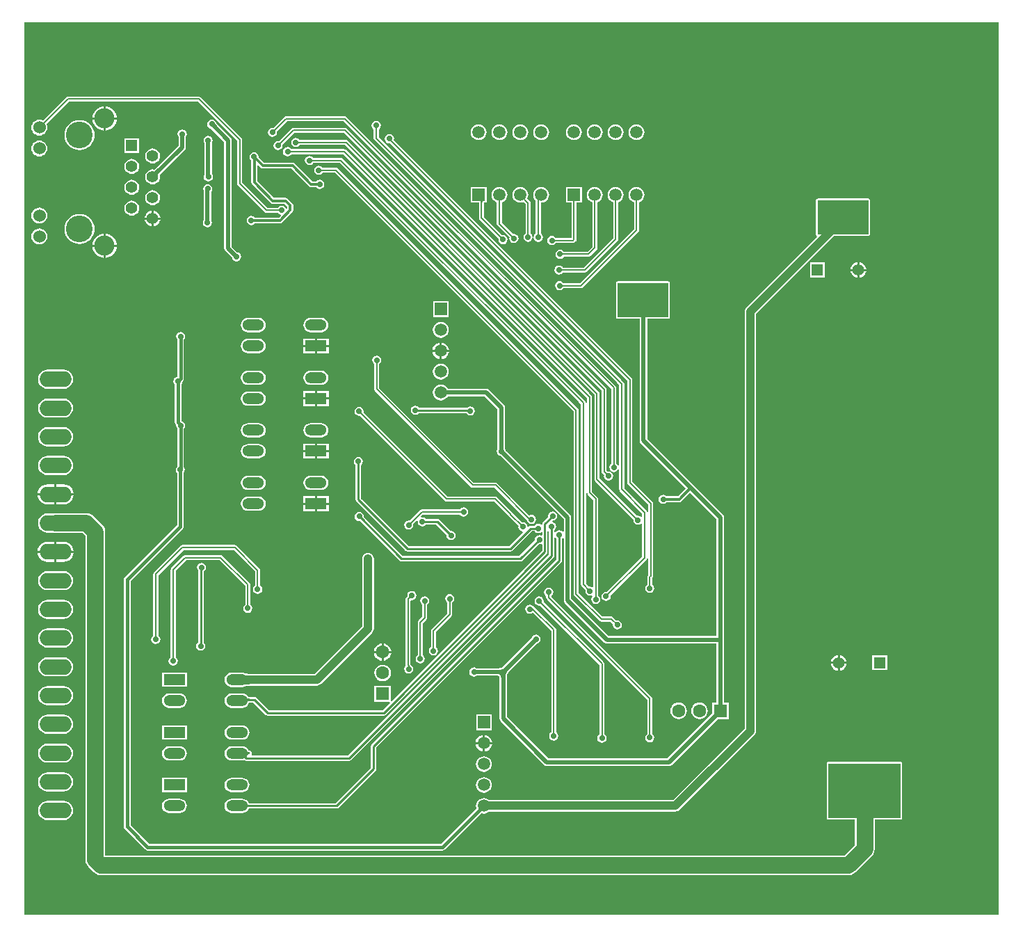
<source format=gbl>
G04*
G04 #@! TF.GenerationSoftware,Altium Limited,Altium Designer,20.0.13 (296)*
G04*
G04 Layer_Physical_Order=4*
G04 Layer_Color=16711680*
%FSLAX44Y44*%
%MOMM*%
G71*
G01*
G75*
%ADD10C,0.2000*%
%ADD13C,0.2500*%
%ADD14C,0.2540*%
%ADD16C,0.3000*%
%ADD90C,1.0000*%
%ADD91C,0.4000*%
%ADD92C,0.5000*%
%ADD93C,2.0000*%
%ADD94C,1.6000*%
%ADD95R,1.6000X1.6000*%
%ADD96R,1.4000X1.4000*%
%ADD97C,1.4000*%
%ADD98C,1.5000*%
%ADD99R,1.5000X1.5000*%
%ADD100R,2.6416X1.3208*%
%ADD101O,2.6416X1.3208*%
%ADD102C,3.2500*%
%ADD103C,2.4450*%
%ADD104C,1.5300*%
%ADD105C,1.3980*%
%ADD106R,1.3980X1.3980*%
%ADD107O,3.8608X1.9304*%
%ADD108R,1.6000X1.6000*%
%ADD109C,0.8000*%
%ADD110C,0.7000*%
G36*
X1190000Y3569D02*
X3569D01*
Y1090000D01*
X1190000Y1090000D01*
X1190000Y3569D01*
D02*
G37*
%LPC*%
G36*
X393750Y975559D02*
X393750Y975559D01*
X322250D01*
X322250Y975559D01*
X321079Y975326D01*
X320087Y974663D01*
X320087Y974663D01*
X306569Y961145D01*
X305500Y961358D01*
X303354Y960931D01*
X301535Y959715D01*
X300319Y957896D01*
X299892Y955750D01*
X300319Y953604D01*
X301535Y951785D01*
X303354Y950569D01*
X305500Y950142D01*
X307646Y950569D01*
X309465Y951785D01*
X310681Y953604D01*
X311108Y955750D01*
X310895Y956819D01*
X323517Y969441D01*
X392483D01*
X718191Y643733D01*
Y552571D01*
X717285Y551965D01*
X716069Y550146D01*
X715642Y548000D01*
X716069Y545854D01*
X717285Y544035D01*
X719104Y542819D01*
X721250Y542392D01*
X723396Y542819D01*
X725215Y544035D01*
X726431Y545854D01*
X727691Y545680D01*
Y521250D01*
X727691Y521250D01*
X727924Y520079D01*
X728587Y519087D01*
X755691Y491983D01*
Y488167D01*
X754685Y487796D01*
X754421Y487745D01*
X752646Y488931D01*
X750500Y489358D01*
X749431Y489145D01*
X703809Y534767D01*
Y638000D01*
X703576Y639170D01*
X702913Y640163D01*
X397413Y945663D01*
X396421Y946326D01*
X395250Y946559D01*
X395250Y946559D01*
X338571D01*
X337965Y947465D01*
X336146Y948681D01*
X334000Y949108D01*
X331854Y948681D01*
X330035Y947465D01*
X328819Y945646D01*
X328392Y943500D01*
X328819Y941354D01*
X330035Y939535D01*
X331854Y938319D01*
X334000Y937892D01*
X336146Y938319D01*
X337965Y939535D01*
X338571Y940441D01*
X393983D01*
X697691Y636733D01*
Y533500D01*
X697691Y533500D01*
X697924Y532329D01*
X698587Y531337D01*
X745105Y484819D01*
X744892Y483750D01*
X745319Y481604D01*
X746535Y479785D01*
X748354Y478569D01*
X750500Y478142D01*
X752646Y478569D01*
X754421Y479755D01*
X754685Y479704D01*
X755691Y479334D01*
Y439267D01*
X712819Y396395D01*
X711750Y396608D01*
X709604Y396181D01*
X707785Y394965D01*
X706569Y393146D01*
X706142Y391000D01*
X706569Y388854D01*
X707785Y387035D01*
X709604Y385819D01*
X711750Y385392D01*
X713896Y385819D01*
X715715Y387035D01*
X716931Y388854D01*
X717358Y391000D01*
X717145Y392069D01*
X760913Y435837D01*
X761576Y436829D01*
X761671Y437309D01*
X762941Y437183D01*
Y417017D01*
X762837Y416913D01*
X762174Y415920D01*
X761941Y414750D01*
X761941Y414750D01*
Y405571D01*
X761035Y404965D01*
X759819Y403146D01*
X759392Y401000D01*
X759819Y398854D01*
X761035Y397035D01*
X762854Y395819D01*
X765000Y395392D01*
X767146Y395819D01*
X768965Y397035D01*
X770181Y398854D01*
X770608Y401000D01*
X770181Y403146D01*
X768965Y404965D01*
X768059Y405571D01*
Y413483D01*
X768163Y413587D01*
X768163Y413587D01*
X768826Y414580D01*
X769059Y415750D01*
X769059Y415750D01*
Y504250D01*
X768826Y505420D01*
X768163Y506413D01*
X768163Y506413D01*
X743809Y530767D01*
Y654750D01*
X743809Y654750D01*
X743576Y655921D01*
X742913Y656913D01*
X742913Y656913D01*
X476992Y922833D01*
X476992Y922833D01*
X453312Y946514D01*
X453608Y948000D01*
X453181Y950146D01*
X451965Y951965D01*
X450146Y953181D01*
X448000Y953608D01*
X445854Y953181D01*
X444035Y951965D01*
X442819Y950146D01*
X442392Y948000D01*
X442819Y945854D01*
X444035Y944035D01*
X445854Y942819D01*
X448000Y942392D01*
X448652Y942522D01*
X472667Y918508D01*
X472667Y918508D01*
X737691Y653483D01*
Y529500D01*
X737691Y529500D01*
X737924Y528329D01*
X738587Y527337D01*
X762941Y502983D01*
Y494067D01*
X761671Y493941D01*
X761576Y494421D01*
X760913Y495413D01*
X760913Y495413D01*
X733809Y522517D01*
Y649750D01*
X733809Y649750D01*
X733576Y650920D01*
X732913Y651913D01*
X732913Y651913D01*
X435059Y949767D01*
Y959679D01*
X435965Y960285D01*
X437181Y962104D01*
X437608Y964250D01*
X437181Y966396D01*
X435965Y968215D01*
X434146Y969431D01*
X432000Y969858D01*
X429854Y969431D01*
X428035Y968215D01*
X426819Y966396D01*
X426392Y964250D01*
X426819Y962104D01*
X428035Y960285D01*
X428941Y959679D01*
Y948500D01*
X428941Y948500D01*
X429174Y947329D01*
X429837Y946337D01*
X727691Y648483D01*
Y550320D01*
X726431Y550146D01*
X725215Y551965D01*
X724309Y552571D01*
Y645000D01*
X724309Y645000D01*
X724076Y646171D01*
X723413Y647163D01*
X395913Y974663D01*
X394921Y975326D01*
X393750Y975559D01*
D02*
G37*
G36*
X102520Y987411D02*
Y973970D01*
X115961D01*
X115801Y975594D01*
X114957Y978378D01*
X113586Y980943D01*
X111741Y983191D01*
X109493Y985036D01*
X106928Y986407D01*
X104144Y987251D01*
X102520Y987411D01*
D02*
G37*
G36*
X99980D02*
X98356Y987251D01*
X95572Y986407D01*
X93007Y985036D01*
X90759Y983191D01*
X88914Y980943D01*
X87543Y978378D01*
X86699Y975594D01*
X86539Y973970D01*
X99980D01*
Y987411D01*
D02*
G37*
G36*
X115961Y971430D02*
X102520D01*
Y957989D01*
X104144Y958149D01*
X106928Y958993D01*
X109493Y960364D01*
X111741Y962209D01*
X113586Y964457D01*
X114957Y967022D01*
X115801Y969806D01*
X115961Y971430D01*
D02*
G37*
G36*
X99980D02*
X86539D01*
X86699Y969806D01*
X87543Y967022D01*
X88914Y964457D01*
X90759Y962209D01*
X93007Y960364D01*
X95572Y958993D01*
X98356Y958149D01*
X99980Y957989D01*
Y971430D01*
D02*
G37*
G36*
X748850Y965432D02*
X746370Y965106D01*
X744059Y964148D01*
X742075Y962626D01*
X740552Y960641D01*
X739594Y958330D01*
X739268Y955850D01*
X739594Y953370D01*
X740552Y951059D01*
X742075Y949075D01*
X744059Y947552D01*
X746370Y946595D01*
X748850Y946268D01*
X751330Y946595D01*
X753641Y947552D01*
X755625Y949075D01*
X757148Y951059D01*
X758105Y953370D01*
X758432Y955850D01*
X758105Y958330D01*
X757148Y960641D01*
X755625Y962626D01*
X753641Y964148D01*
X751330Y965106D01*
X748850Y965432D01*
D02*
G37*
G36*
X723450D02*
X720970Y965106D01*
X718659Y964148D01*
X716674Y962626D01*
X715152Y960641D01*
X714194Y958330D01*
X713868Y955850D01*
X714194Y953370D01*
X715152Y951059D01*
X716674Y949075D01*
X718659Y947552D01*
X720970Y946595D01*
X723450Y946268D01*
X725930Y946595D01*
X728241Y947552D01*
X730225Y949075D01*
X731748Y951059D01*
X732705Y953370D01*
X733032Y955850D01*
X732705Y958330D01*
X731748Y960641D01*
X730225Y962626D01*
X728241Y964148D01*
X725930Y965106D01*
X723450Y965432D01*
D02*
G37*
G36*
X698050D02*
X695570Y965106D01*
X693259Y964148D01*
X691274Y962626D01*
X689752Y960641D01*
X688794Y958330D01*
X688468Y955850D01*
X688794Y953370D01*
X689752Y951059D01*
X691274Y949075D01*
X693259Y947552D01*
X695570Y946595D01*
X698050Y946268D01*
X700530Y946595D01*
X702841Y947552D01*
X704825Y949075D01*
X706348Y951059D01*
X707305Y953370D01*
X707632Y955850D01*
X707305Y958330D01*
X706348Y960641D01*
X704825Y962626D01*
X702841Y964148D01*
X700530Y965106D01*
X698050Y965432D01*
D02*
G37*
G36*
X672650D02*
X670170Y965106D01*
X667859Y964148D01*
X665874Y962626D01*
X664352Y960641D01*
X663394Y958330D01*
X663068Y955850D01*
X663394Y953370D01*
X664352Y951059D01*
X665874Y949075D01*
X667859Y947552D01*
X670170Y946595D01*
X672650Y946268D01*
X675130Y946595D01*
X677441Y947552D01*
X679425Y949075D01*
X680948Y951059D01*
X681905Y953370D01*
X682232Y955850D01*
X681905Y958330D01*
X680948Y960641D01*
X679425Y962626D01*
X677441Y964148D01*
X675130Y965106D01*
X672650Y965432D01*
D02*
G37*
G36*
X632850D02*
X630370Y965106D01*
X628059Y964148D01*
X626074Y962626D01*
X624552Y960641D01*
X623595Y958330D01*
X623268Y955850D01*
X623595Y953370D01*
X624552Y951059D01*
X626074Y949075D01*
X628059Y947552D01*
X630370Y946595D01*
X632850Y946268D01*
X635330Y946595D01*
X637641Y947552D01*
X639625Y949075D01*
X641148Y951059D01*
X642105Y953370D01*
X642432Y955850D01*
X642105Y958330D01*
X641148Y960641D01*
X639625Y962626D01*
X637641Y964148D01*
X635330Y965106D01*
X632850Y965432D01*
D02*
G37*
G36*
X607450D02*
X604970Y965106D01*
X602659Y964148D01*
X600675Y962626D01*
X599152Y960641D01*
X598195Y958330D01*
X597868Y955850D01*
X598195Y953370D01*
X599152Y951059D01*
X600675Y949075D01*
X602659Y947552D01*
X604970Y946595D01*
X607450Y946268D01*
X609930Y946595D01*
X612241Y947552D01*
X614225Y949075D01*
X615748Y951059D01*
X616705Y953370D01*
X617032Y955850D01*
X616705Y958330D01*
X615748Y960641D01*
X614225Y962626D01*
X612241Y964148D01*
X609930Y965106D01*
X607450Y965432D01*
D02*
G37*
G36*
X582050D02*
X579570Y965106D01*
X577259Y964148D01*
X575275Y962626D01*
X573752Y960641D01*
X572794Y958330D01*
X572468Y955850D01*
X572794Y953370D01*
X573752Y951059D01*
X575275Y949075D01*
X577259Y947552D01*
X579570Y946595D01*
X582050Y946268D01*
X584530Y946595D01*
X586841Y947552D01*
X588825Y949075D01*
X590348Y951059D01*
X591305Y953370D01*
X591632Y955850D01*
X591305Y958330D01*
X590348Y960641D01*
X588825Y962626D01*
X586841Y964148D01*
X584530Y965106D01*
X582050Y965432D01*
D02*
G37*
G36*
X556650D02*
X554170Y965106D01*
X551859Y964148D01*
X549874Y962626D01*
X548352Y960641D01*
X547394Y958330D01*
X547068Y955850D01*
X547394Y953370D01*
X548352Y951059D01*
X549874Y949075D01*
X551859Y947552D01*
X554170Y946595D01*
X556650Y946268D01*
X559130Y946595D01*
X561441Y947552D01*
X563425Y949075D01*
X564948Y951059D01*
X565905Y953370D01*
X566232Y955850D01*
X565905Y958330D01*
X564948Y960641D01*
X563425Y962626D01*
X561441Y964148D01*
X559130Y965106D01*
X556650Y965432D01*
D02*
G37*
G36*
X70750Y970738D02*
X67172Y970386D01*
X63732Y969342D01*
X60562Y967648D01*
X57783Y965367D01*
X55502Y962588D01*
X53808Y959418D01*
X52764Y955978D01*
X52412Y952400D01*
X52764Y948822D01*
X53808Y945382D01*
X55502Y942212D01*
X57783Y939433D01*
X60562Y937152D01*
X63732Y935458D01*
X67172Y934414D01*
X70750Y934062D01*
X74328Y934414D01*
X77768Y935458D01*
X80938Y937152D01*
X83717Y939433D01*
X85998Y942212D01*
X87692Y945382D01*
X88736Y948822D01*
X89088Y952400D01*
X88736Y955978D01*
X87692Y959418D01*
X85998Y962588D01*
X83717Y965367D01*
X80938Y967648D01*
X77768Y969342D01*
X74328Y970386D01*
X70750Y970738D01*
D02*
G37*
G36*
X143240Y948740D02*
X125260D01*
Y930760D01*
X143240D01*
Y948740D01*
D02*
G37*
G36*
X21750Y945833D02*
X19231Y945502D01*
X16883Y944529D01*
X14868Y942982D01*
X13321Y940967D01*
X12348Y938619D01*
X12017Y936100D01*
X12348Y933581D01*
X13321Y931233D01*
X14868Y929218D01*
X16883Y927671D01*
X19231Y926698D01*
X21750Y926367D01*
X24269Y926698D01*
X26617Y927671D01*
X28633Y929218D01*
X30179Y931233D01*
X31152Y933581D01*
X31483Y936100D01*
X31152Y938619D01*
X30179Y940967D01*
X28633Y942982D01*
X26617Y944529D01*
X24269Y945502D01*
X21750Y945833D01*
D02*
G37*
G36*
X159650Y936118D02*
X157303Y935809D01*
X155116Y934903D01*
X153238Y933462D01*
X151797Y931584D01*
X150891Y929397D01*
X150582Y927050D01*
X150891Y924703D01*
X151797Y922516D01*
X153238Y920638D01*
X155116Y919197D01*
X157303Y918291D01*
X159650Y917982D01*
X161997Y918291D01*
X164184Y919197D01*
X166062Y920638D01*
X167503Y922516D01*
X168409Y924703D01*
X168718Y927050D01*
X168409Y929397D01*
X167503Y931584D01*
X166062Y933462D01*
X164184Y934903D01*
X161997Y935809D01*
X159650Y936118D01*
D02*
G37*
G36*
X195750Y959358D02*
X193604Y958931D01*
X191785Y957715D01*
X190569Y955896D01*
X190142Y953750D01*
X190569Y951604D01*
X191162Y950717D01*
Y939650D01*
X161929Y910418D01*
X159650Y910718D01*
X157303Y910409D01*
X155116Y909503D01*
X153238Y908062D01*
X151797Y906184D01*
X150891Y903997D01*
X150582Y901650D01*
X150891Y899303D01*
X151797Y897116D01*
X153238Y895238D01*
X155116Y893797D01*
X157303Y892891D01*
X159650Y892582D01*
X161997Y892891D01*
X164184Y893797D01*
X166062Y895238D01*
X167503Y897116D01*
X168409Y899303D01*
X168718Y901650D01*
X168417Y903929D01*
X198994Y934506D01*
X199989Y935994D01*
X200338Y937750D01*
Y950717D01*
X200931Y951604D01*
X201358Y953750D01*
X200931Y955896D01*
X199715Y957715D01*
X197896Y958931D01*
X195750Y959358D01*
D02*
G37*
G36*
X134250Y923418D02*
X131903Y923109D01*
X129716Y922203D01*
X127838Y920762D01*
X126397Y918884D01*
X125491Y916697D01*
X125182Y914350D01*
X125491Y912003D01*
X126397Y909816D01*
X127838Y907938D01*
X129716Y906497D01*
X131903Y905591D01*
X134250Y905282D01*
X136597Y905591D01*
X138784Y906497D01*
X140662Y907938D01*
X142103Y909816D01*
X143009Y912003D01*
X143318Y914350D01*
X143009Y916697D01*
X142103Y918884D01*
X140662Y920762D01*
X138784Y922203D01*
X136597Y923109D01*
X134250Y923418D01*
D02*
G37*
G36*
X227250Y951608D02*
X225104Y951181D01*
X223285Y949965D01*
X222069Y948146D01*
X221642Y946000D01*
X222069Y943854D01*
X222787Y942780D01*
Y904596D01*
X222319Y903896D01*
X221892Y901750D01*
X222319Y899604D01*
X223535Y897785D01*
X225354Y896569D01*
X227500Y896142D01*
X229646Y896569D01*
X231465Y897785D01*
X232681Y899604D01*
X233108Y901750D01*
X232681Y903896D01*
X231963Y904970D01*
Y943154D01*
X232431Y943854D01*
X232858Y946000D01*
X232431Y948146D01*
X231215Y949965D01*
X229396Y951181D01*
X227250Y951608D01*
D02*
G37*
G36*
X216000Y999559D02*
X216000Y999559D01*
X56750D01*
X55579Y999326D01*
X54587Y998663D01*
X54587Y998663D01*
X26077Y970153D01*
X24269Y970902D01*
X21750Y971233D01*
X19231Y970902D01*
X16883Y969929D01*
X14868Y968382D01*
X13321Y966367D01*
X12348Y964019D01*
X12017Y961500D01*
X12348Y958981D01*
X13321Y956633D01*
X14868Y954617D01*
X16883Y953071D01*
X19231Y952098D01*
X21750Y951767D01*
X24269Y952098D01*
X26617Y953071D01*
X28633Y954617D01*
X30179Y956633D01*
X31152Y958981D01*
X31483Y961500D01*
X31152Y964019D01*
X30403Y965827D01*
X58017Y993441D01*
X214733D01*
X262691Y945483D01*
Y893750D01*
X262691Y893750D01*
X262924Y892579D01*
X263587Y891587D01*
X296337Y858837D01*
X296337Y858837D01*
X297330Y858174D01*
X298500Y857941D01*
X298500Y857941D01*
X312179D01*
X312785Y857035D01*
X314604Y855819D01*
X315300Y855681D01*
X315669Y854465D01*
X313272Y852069D01*
X283980D01*
X283715Y852465D01*
X281896Y853681D01*
X279750Y854108D01*
X277604Y853681D01*
X275785Y852465D01*
X274569Y850646D01*
X274142Y848500D01*
X274569Y846354D01*
X275785Y844535D01*
X277604Y843319D01*
X279750Y842892D01*
X281896Y843319D01*
X283715Y844535D01*
X283980Y844931D01*
X314750D01*
X316116Y845203D01*
X317273Y845977D01*
X329773Y858477D01*
X330547Y859634D01*
X330819Y861000D01*
Y867000D01*
X330547Y868366D01*
X329773Y869524D01*
X324274Y875023D01*
X323116Y875797D01*
X321750Y876069D01*
X307478D01*
X287069Y896478D01*
Y915475D01*
X288242Y915961D01*
X291477Y912727D01*
X292634Y911953D01*
X294000Y911681D01*
X328522D01*
X350227Y889977D01*
X351384Y889203D01*
X352750Y888931D01*
X358770D01*
X359035Y888535D01*
X360854Y887319D01*
X363000Y886892D01*
X365146Y887319D01*
X366965Y888535D01*
X368181Y890354D01*
X368608Y892500D01*
X368181Y894646D01*
X366965Y896465D01*
X365146Y897681D01*
X363000Y898108D01*
X360854Y897681D01*
X359035Y896465D01*
X358770Y896069D01*
X354228D01*
X332523Y917773D01*
X331366Y918547D01*
X330000Y918819D01*
X295478D01*
X288765Y925532D01*
X288858Y926000D01*
X288431Y928146D01*
X287215Y929965D01*
X285396Y931181D01*
X283250Y931608D01*
X281104Y931181D01*
X279285Y929965D01*
X278069Y928146D01*
X277642Y926000D01*
X278069Y923854D01*
X279285Y922035D01*
X279931Y921603D01*
Y895000D01*
X280203Y893634D01*
X280977Y892477D01*
X303477Y869977D01*
X304634Y869203D01*
X306000Y868931D01*
X320272D01*
X323681Y865522D01*
Y863274D01*
X323265Y862947D01*
X322687Y863034D01*
X321769Y863388D01*
X320715Y864965D01*
X318896Y866181D01*
X316750Y866608D01*
X314604Y866181D01*
X312785Y864965D01*
X312179Y864059D01*
X299767D01*
X268809Y895017D01*
Y946750D01*
X268809Y946750D01*
X268576Y947921D01*
X267913Y948913D01*
X218163Y998663D01*
X217171Y999326D01*
X216000Y999559D01*
D02*
G37*
G36*
X134250Y898018D02*
X131903Y897709D01*
X129716Y896803D01*
X127838Y895362D01*
X126397Y893484D01*
X125491Y891297D01*
X125182Y888950D01*
X125491Y886603D01*
X126397Y884416D01*
X127838Y882538D01*
X129716Y881097D01*
X131903Y880191D01*
X134250Y879882D01*
X136597Y880191D01*
X138784Y881097D01*
X140662Y882538D01*
X142103Y884416D01*
X143009Y886603D01*
X143318Y888950D01*
X143009Y891297D01*
X142103Y893484D01*
X140662Y895362D01*
X138784Y896803D01*
X136597Y897709D01*
X134250Y898018D01*
D02*
G37*
G36*
X159650Y885318D02*
X157303Y885009D01*
X155116Y884103D01*
X153238Y882662D01*
X151797Y880784D01*
X150891Y878597D01*
X150582Y876250D01*
X150891Y873903D01*
X151797Y871716D01*
X153238Y869838D01*
X155116Y868397D01*
X157303Y867491D01*
X159650Y867182D01*
X161997Y867491D01*
X164184Y868397D01*
X166062Y869838D01*
X167503Y871716D01*
X168409Y873903D01*
X168718Y876250D01*
X168409Y878597D01*
X167503Y880784D01*
X166062Y882662D01*
X164184Y884103D01*
X161997Y885009D01*
X159650Y885318D01*
D02*
G37*
G36*
X134250Y872618D02*
X131903Y872309D01*
X129716Y871403D01*
X127838Y869962D01*
X126397Y868084D01*
X125491Y865897D01*
X125182Y863550D01*
X125491Y861203D01*
X126397Y859016D01*
X127838Y857138D01*
X129716Y855697D01*
X131903Y854791D01*
X134250Y854482D01*
X136597Y854791D01*
X138784Y855697D01*
X140662Y857138D01*
X142103Y859016D01*
X143009Y861203D01*
X143318Y863550D01*
X143009Y865897D01*
X142103Y868084D01*
X140662Y869962D01*
X138784Y871403D01*
X136597Y872309D01*
X134250Y872618D01*
D02*
G37*
G36*
X160920Y860295D02*
Y852120D01*
X169095D01*
X168935Y853338D01*
X167974Y855656D01*
X166447Y857647D01*
X164456Y859174D01*
X162138Y860135D01*
X160920Y860295D01*
D02*
G37*
G36*
X158380D02*
X157162Y860135D01*
X154844Y859174D01*
X152853Y857647D01*
X151326Y855656D01*
X150365Y853338D01*
X150205Y852120D01*
X158380D01*
Y860295D01*
D02*
G37*
G36*
X21750Y864133D02*
X19231Y863802D01*
X16883Y862829D01*
X14868Y861283D01*
X13321Y859267D01*
X12348Y856919D01*
X12017Y854400D01*
X12348Y851881D01*
X13321Y849533D01*
X14868Y847517D01*
X16883Y845971D01*
X19231Y844998D01*
X21750Y844667D01*
X24269Y844998D01*
X26617Y845971D01*
X28633Y847517D01*
X30179Y849533D01*
X31152Y851881D01*
X31483Y854400D01*
X31152Y856919D01*
X30179Y859267D01*
X28633Y861283D01*
X26617Y862829D01*
X24269Y863802D01*
X21750Y864133D01*
D02*
G37*
G36*
X158380Y849580D02*
X150205D01*
X150365Y848362D01*
X151326Y846044D01*
X152853Y844053D01*
X154844Y842526D01*
X157162Y841565D01*
X158380Y841405D01*
Y849580D01*
D02*
G37*
G36*
X169095D02*
X160920D01*
Y841405D01*
X162138Y841565D01*
X164456Y842526D01*
X166447Y844053D01*
X167974Y846044D01*
X168935Y848362D01*
X169095Y849580D01*
D02*
G37*
G36*
X226750Y892858D02*
X224604Y892431D01*
X222785Y891215D01*
X221569Y889396D01*
X221142Y887250D01*
X221569Y885104D01*
X222037Y884404D01*
Y848970D01*
X221319Y847896D01*
X220892Y845750D01*
X221319Y843604D01*
X222535Y841785D01*
X224354Y840569D01*
X226500Y840142D01*
X228646Y840569D01*
X230465Y841785D01*
X231681Y843604D01*
X232108Y845750D01*
X231681Y847896D01*
X231213Y848596D01*
Y884030D01*
X231931Y885104D01*
X232358Y887250D01*
X231931Y889396D01*
X230715Y891215D01*
X228896Y892431D01*
X226750Y892858D01*
D02*
G37*
G36*
X682150Y889150D02*
X663150D01*
Y870150D01*
X669591D01*
Y827309D01*
X650321D01*
X649715Y828215D01*
X647896Y829431D01*
X645750Y829858D01*
X643604Y829431D01*
X641785Y828215D01*
X640569Y826396D01*
X640142Y824250D01*
X640569Y822104D01*
X641785Y820285D01*
X643604Y819069D01*
X645750Y818642D01*
X647896Y819069D01*
X649715Y820285D01*
X650321Y821191D01*
X671478D01*
X671478Y821191D01*
X672649Y821424D01*
X673641Y822087D01*
X674813Y823259D01*
X674813Y823259D01*
X675476Y824251D01*
X675709Y825422D01*
X675709Y825422D01*
Y870150D01*
X682150D01*
Y889150D01*
D02*
G37*
G36*
X607450Y889232D02*
X604970Y888905D01*
X602659Y887948D01*
X600675Y886425D01*
X599152Y884441D01*
X598195Y882130D01*
X597868Y879650D01*
X598195Y877170D01*
X599152Y874859D01*
X600675Y872875D01*
X602659Y871352D01*
X604970Y870395D01*
X607450Y870068D01*
X609930Y870395D01*
X611379Y870995D01*
X613691Y868683D01*
Y832821D01*
X612785Y832215D01*
X611569Y830396D01*
X611142Y828250D01*
X611569Y826104D01*
X612785Y824285D01*
X614604Y823069D01*
X616750Y822642D01*
X618896Y823069D01*
X620715Y824285D01*
X621931Y826104D01*
X622358Y828250D01*
X621931Y830396D01*
X620715Y832215D01*
X619809Y832821D01*
Y869950D01*
X619576Y871121D01*
X618913Y872113D01*
X618913Y872113D01*
X615871Y875155D01*
X616705Y877170D01*
X617032Y879650D01*
X616705Y882130D01*
X615748Y884441D01*
X614225Y886425D01*
X612241Y887948D01*
X609930Y888905D01*
X607450Y889232D01*
D02*
G37*
G36*
X632850D02*
X630370Y888905D01*
X628059Y887948D01*
X626074Y886425D01*
X624552Y884441D01*
X623595Y882130D01*
X623268Y879650D01*
X623595Y877170D01*
X624552Y874859D01*
X626074Y872875D01*
X626191Y872785D01*
Y832571D01*
X625285Y831965D01*
X624069Y830146D01*
X623642Y828000D01*
X624069Y825854D01*
X625285Y824035D01*
X627104Y822819D01*
X629250Y822392D01*
X631396Y822819D01*
X633215Y824035D01*
X634431Y825854D01*
X634858Y828000D01*
X634431Y830146D01*
X633215Y831965D01*
X632309Y832571D01*
Y869593D01*
X632850Y870068D01*
X635330Y870395D01*
X637641Y871352D01*
X639625Y872875D01*
X641148Y874859D01*
X642105Y877170D01*
X642432Y879650D01*
X642105Y882130D01*
X641148Y884441D01*
X639625Y886425D01*
X637641Y887948D01*
X635330Y888905D01*
X632850Y889232D01*
D02*
G37*
G36*
X582050D02*
X579570Y888905D01*
X577259Y887948D01*
X575275Y886425D01*
X573752Y884441D01*
X572794Y882130D01*
X572468Y879650D01*
X572794Y877170D01*
X573752Y874859D01*
X575275Y872875D01*
X577259Y871352D01*
X578691Y870759D01*
Y844500D01*
X578691Y844500D01*
X578924Y843329D01*
X579587Y842337D01*
X594105Y827819D01*
X593892Y826750D01*
X594319Y824604D01*
X595535Y822785D01*
X597354Y821569D01*
X599500Y821142D01*
X601646Y821569D01*
X603465Y822785D01*
X604681Y824604D01*
X605108Y826750D01*
X604681Y828896D01*
X603465Y830715D01*
X601646Y831931D01*
X599500Y832358D01*
X598431Y832145D01*
X584809Y845767D01*
Y870510D01*
X586841Y871352D01*
X588825Y872875D01*
X590348Y874859D01*
X591305Y877170D01*
X591632Y879650D01*
X591305Y882130D01*
X590348Y884441D01*
X588825Y886425D01*
X586841Y887948D01*
X584530Y888905D01*
X582050Y889232D01*
D02*
G37*
G36*
X70750Y856438D02*
X67172Y856086D01*
X63732Y855042D01*
X60562Y853348D01*
X57783Y851067D01*
X55502Y848288D01*
X53808Y845118D01*
X52764Y841678D01*
X52412Y838100D01*
X52764Y834522D01*
X53808Y831082D01*
X55502Y827912D01*
X57783Y825133D01*
X60562Y822852D01*
X63732Y821158D01*
X67172Y820114D01*
X70750Y819762D01*
X74328Y820114D01*
X77768Y821158D01*
X80938Y822852D01*
X83717Y825133D01*
X85998Y827912D01*
X87692Y831082D01*
X88736Y834522D01*
X89088Y838100D01*
X88736Y841678D01*
X87692Y845118D01*
X85998Y848288D01*
X83717Y851067D01*
X80938Y853348D01*
X77768Y855042D01*
X74328Y856086D01*
X70750Y856438D01*
D02*
G37*
G36*
X566150Y889150D02*
X547150D01*
Y870150D01*
X556941D01*
Y851500D01*
X556941Y851500D01*
X557174Y850330D01*
X557837Y849337D01*
X580855Y826319D01*
X580642Y825250D01*
X581069Y823104D01*
X582285Y821285D01*
X584104Y820069D01*
X586250Y819642D01*
X588396Y820069D01*
X590215Y821285D01*
X591431Y823104D01*
X591858Y825250D01*
X591431Y827396D01*
X590215Y829215D01*
X588396Y830431D01*
X586250Y830858D01*
X585181Y830645D01*
X563059Y852767D01*
Y870150D01*
X566150D01*
Y889150D01*
D02*
G37*
G36*
X21750Y838733D02*
X19231Y838402D01*
X16883Y837429D01*
X14868Y835882D01*
X13321Y833867D01*
X12348Y831519D01*
X12017Y829000D01*
X12348Y826481D01*
X13321Y824133D01*
X14868Y822117D01*
X16883Y820571D01*
X19231Y819598D01*
X21750Y819267D01*
X24269Y819598D01*
X26617Y820571D01*
X28633Y822117D01*
X30179Y824133D01*
X31152Y826481D01*
X31483Y829000D01*
X31152Y831519D01*
X30179Y833867D01*
X28633Y835882D01*
X26617Y837429D01*
X24269Y838402D01*
X21750Y838733D01*
D02*
G37*
G36*
X102520Y832511D02*
Y819070D01*
X115961D01*
X115801Y820694D01*
X114957Y823478D01*
X113586Y826043D01*
X111741Y828291D01*
X109493Y830136D01*
X106928Y831507D01*
X104144Y832351D01*
X102520Y832511D01*
D02*
G37*
G36*
X99980D02*
X98356Y832351D01*
X95572Y831507D01*
X93007Y830136D01*
X90759Y828291D01*
X88914Y826043D01*
X87543Y823478D01*
X86699Y820694D01*
X86539Y819070D01*
X99980D01*
Y832511D01*
D02*
G37*
G36*
X698050Y889232D02*
X695570Y888905D01*
X693259Y887948D01*
X691274Y886425D01*
X689752Y884441D01*
X688794Y882130D01*
X688468Y879650D01*
X688794Y877170D01*
X689752Y874859D01*
X691274Y872875D01*
X693259Y871352D01*
X694991Y870634D01*
Y816567D01*
X688983Y810559D01*
X660321D01*
X659715Y811465D01*
X657896Y812681D01*
X655750Y813108D01*
X653604Y812681D01*
X651785Y811465D01*
X650569Y809646D01*
X650142Y807500D01*
X650569Y805354D01*
X651785Y803535D01*
X653604Y802319D01*
X655750Y801892D01*
X657896Y802319D01*
X659715Y803535D01*
X660321Y804441D01*
X690250D01*
X690250Y804441D01*
X691421Y804674D01*
X692413Y805337D01*
X700213Y813137D01*
X700213Y813137D01*
X700876Y814129D01*
X701109Y815300D01*
X701109Y815300D01*
Y870634D01*
X702841Y871352D01*
X704825Y872875D01*
X706348Y874859D01*
X707305Y877170D01*
X707632Y879650D01*
X707305Y882130D01*
X706348Y884441D01*
X704825Y886425D01*
X702841Y887948D01*
X700530Y888905D01*
X698050Y889232D01*
D02*
G37*
G36*
X115961Y816530D02*
X102520D01*
Y803089D01*
X104144Y803249D01*
X106928Y804093D01*
X109493Y805464D01*
X111741Y807309D01*
X113586Y809557D01*
X114957Y812122D01*
X115801Y814905D01*
X115961Y816530D01*
D02*
G37*
G36*
X99980D02*
X86539D01*
X86699Y814905D01*
X87543Y812122D01*
X88914Y809557D01*
X90759Y807309D01*
X93007Y805464D01*
X95572Y804093D01*
X98356Y803249D01*
X99980Y803089D01*
Y816530D01*
D02*
G37*
G36*
X231750Y971358D02*
X229604Y970931D01*
X227785Y969715D01*
X226569Y967896D01*
X226142Y965750D01*
X226569Y963604D01*
X227785Y961785D01*
X229604Y960569D01*
X230650Y960361D01*
X246912Y944100D01*
Y814750D01*
X247261Y812994D01*
X248256Y811506D01*
X256361Y803400D01*
X256569Y802354D01*
X257785Y800535D01*
X259604Y799319D01*
X261750Y798892D01*
X263896Y799319D01*
X265715Y800535D01*
X266931Y802354D01*
X267358Y804500D01*
X266931Y806646D01*
X265715Y808465D01*
X263896Y809681D01*
X262850Y809889D01*
X256088Y816650D01*
Y946000D01*
X255739Y947756D01*
X254744Y949244D01*
X237139Y966850D01*
X236931Y967896D01*
X235715Y969715D01*
X233896Y970931D01*
X231750Y971358D01*
D02*
G37*
G36*
X723450Y889232D02*
X720970Y888905D01*
X718659Y887948D01*
X716674Y886425D01*
X715152Y884441D01*
X714194Y882130D01*
X713868Y879650D01*
X714194Y877170D01*
X715152Y874859D01*
X716674Y872875D01*
X718659Y871352D01*
X720391Y870634D01*
Y827217D01*
X684483Y791309D01*
X659071D01*
X658465Y792215D01*
X656646Y793431D01*
X654500Y793858D01*
X652354Y793431D01*
X650535Y792215D01*
X649319Y790396D01*
X648892Y788250D01*
X649319Y786104D01*
X650535Y784285D01*
X652354Y783069D01*
X654500Y782642D01*
X656646Y783069D01*
X658465Y784285D01*
X659071Y785191D01*
X685750D01*
X685750Y785191D01*
X686920Y785424D01*
X687913Y786087D01*
X725613Y823787D01*
X726276Y824780D01*
X726509Y825950D01*
X726509Y825950D01*
Y870634D01*
X728241Y871352D01*
X730225Y872875D01*
X731748Y874859D01*
X732705Y877170D01*
X733032Y879650D01*
X732705Y882130D01*
X731748Y884441D01*
X730225Y886425D01*
X728241Y887948D01*
X725930Y888905D01*
X723450Y889232D01*
D02*
G37*
G36*
X1020270Y797705D02*
Y789520D01*
X1028455D01*
X1028294Y790741D01*
X1027333Y793061D01*
X1025804Y795054D01*
X1023811Y796583D01*
X1021490Y797544D01*
X1020270Y797705D01*
D02*
G37*
G36*
X1017730D02*
X1016509Y797544D01*
X1014189Y796583D01*
X1012196Y795054D01*
X1010667Y793061D01*
X1009706Y790741D01*
X1009545Y789520D01*
X1017730D01*
Y797705D01*
D02*
G37*
G36*
X978000Y797250D02*
X960000D01*
Y779250D01*
X978000D01*
Y797250D01*
D02*
G37*
G36*
X1028455Y786980D02*
X1020270D01*
Y778795D01*
X1021490Y778956D01*
X1023811Y779917D01*
X1025804Y781446D01*
X1027333Y783439D01*
X1028294Y785760D01*
X1028455Y786980D01*
D02*
G37*
G36*
X1017730D02*
X1009545D01*
X1009706Y785760D01*
X1010667Y783439D01*
X1012196Y781446D01*
X1014189Y779917D01*
X1016509Y778956D01*
X1017730Y778795D01*
Y786980D01*
D02*
G37*
G36*
X748850Y889232D02*
X746370Y888905D01*
X744059Y887948D01*
X742075Y886425D01*
X740552Y884441D01*
X739594Y882130D01*
X739268Y879650D01*
X739594Y877170D01*
X740552Y874859D01*
X742075Y872875D01*
X744059Y871352D01*
X745791Y870634D01*
Y838117D01*
X679983Y772309D01*
X659821D01*
X659215Y773215D01*
X657396Y774431D01*
X655250Y774858D01*
X653104Y774431D01*
X651285Y773215D01*
X650069Y771396D01*
X649642Y769250D01*
X650069Y767104D01*
X651285Y765285D01*
X653104Y764069D01*
X655250Y763642D01*
X657396Y764069D01*
X659215Y765285D01*
X659821Y766191D01*
X681250D01*
X681250Y766191D01*
X682421Y766424D01*
X683413Y767087D01*
X751013Y834687D01*
X751676Y835679D01*
X751909Y836850D01*
X751909Y836850D01*
Y870634D01*
X753641Y871352D01*
X755625Y872875D01*
X757148Y874859D01*
X758105Y877170D01*
X758432Y879650D01*
X758105Y882130D01*
X757148Y884441D01*
X755625Y886425D01*
X753641Y887948D01*
X751330Y888905D01*
X748850Y889232D01*
D02*
G37*
G36*
X520000Y750200D02*
X501000D01*
Y731200D01*
X520000D01*
Y750200D01*
D02*
G37*
G36*
X365204Y729878D02*
X351996D01*
X349750Y729583D01*
X347657Y728716D01*
X345860Y727336D01*
X344480Y725539D01*
X343614Y723446D01*
X343318Y721200D01*
X343614Y718954D01*
X344480Y716861D01*
X345860Y715064D01*
X347657Y713684D01*
X349750Y712818D01*
X351996Y712522D01*
X365204D01*
X367450Y712818D01*
X369543Y713684D01*
X371340Y715064D01*
X372720Y716861D01*
X373587Y718954D01*
X373882Y721200D01*
X373587Y723446D01*
X372720Y725539D01*
X371340Y727336D01*
X369543Y728716D01*
X367450Y729583D01*
X365204Y729878D01*
D02*
G37*
G36*
X289004D02*
X275796D01*
X273550Y729583D01*
X271457Y728716D01*
X269660Y727336D01*
X268280Y725539D01*
X267414Y723446D01*
X267118Y721200D01*
X267414Y718954D01*
X268280Y716861D01*
X269660Y715064D01*
X271457Y713684D01*
X273550Y712818D01*
X275796Y712522D01*
X289004D01*
X291250Y712818D01*
X293343Y713684D01*
X295140Y715064D01*
X296520Y716861D01*
X297387Y718954D01*
X297682Y721200D01*
X297387Y723446D01*
X296520Y725539D01*
X295140Y727336D01*
X293343Y728716D01*
X291250Y729583D01*
X289004Y729878D01*
D02*
G37*
G36*
X510500Y724882D02*
X508020Y724555D01*
X505709Y723598D01*
X503725Y722075D01*
X502202Y720091D01*
X501245Y717780D01*
X500918Y715300D01*
X501245Y712820D01*
X502202Y710509D01*
X503725Y708524D01*
X505709Y707002D01*
X508020Y706044D01*
X510500Y705718D01*
X512980Y706044D01*
X515291Y707002D01*
X517275Y708524D01*
X518798Y710509D01*
X519756Y712820D01*
X520082Y715300D01*
X519756Y717780D01*
X518798Y720091D01*
X517275Y722075D01*
X515291Y723598D01*
X512980Y724555D01*
X510500Y724882D01*
D02*
G37*
G36*
X374348Y704944D02*
X359870D01*
Y697070D01*
X374348D01*
Y704944D01*
D02*
G37*
G36*
X357330D02*
X342852D01*
Y697070D01*
X357330D01*
Y704944D01*
D02*
G37*
G36*
X511770Y699859D02*
Y691170D01*
X520459D01*
X520282Y692521D01*
X519270Y694963D01*
X517661Y697061D01*
X515563Y698670D01*
X513121Y699682D01*
X511770Y699859D01*
D02*
G37*
G36*
X509230D02*
X507879Y699682D01*
X505437Y698670D01*
X503339Y697061D01*
X501730Y694963D01*
X500718Y692521D01*
X500541Y691170D01*
X509230D01*
Y699859D01*
D02*
G37*
G36*
X289004Y704478D02*
X275796D01*
X273550Y704183D01*
X271457Y703316D01*
X269660Y701936D01*
X268280Y700139D01*
X267414Y698046D01*
X267118Y695800D01*
X267414Y693554D01*
X268280Y691461D01*
X269660Y689664D01*
X271457Y688284D01*
X273550Y687418D01*
X275796Y687122D01*
X289004D01*
X291250Y687418D01*
X293343Y688284D01*
X295140Y689664D01*
X296520Y691461D01*
X297387Y693554D01*
X297682Y695800D01*
X297387Y698046D01*
X296520Y700139D01*
X295140Y701936D01*
X293343Y703316D01*
X291250Y704183D01*
X289004Y704478D01*
D02*
G37*
G36*
X374348Y694530D02*
X359870D01*
Y686656D01*
X374348D01*
Y694530D01*
D02*
G37*
G36*
X357330D02*
X342852D01*
Y686656D01*
X357330D01*
Y694530D01*
D02*
G37*
G36*
X520459Y688630D02*
X511770D01*
Y679941D01*
X513121Y680118D01*
X515563Y681130D01*
X517661Y682739D01*
X519270Y684837D01*
X520282Y687279D01*
X520459Y688630D01*
D02*
G37*
G36*
X509230D02*
X500541D01*
X500718Y687279D01*
X501730Y684837D01*
X503339Y682739D01*
X505437Y681130D01*
X507879Y680118D01*
X509230Y679941D01*
Y688630D01*
D02*
G37*
G36*
X510500Y674082D02*
X508020Y673755D01*
X505709Y672798D01*
X503725Y671275D01*
X502202Y669291D01*
X501245Y666980D01*
X500918Y664500D01*
X501245Y662020D01*
X502202Y659709D01*
X503725Y657725D01*
X505709Y656202D01*
X508020Y655245D01*
X510500Y654918D01*
X512980Y655245D01*
X515291Y656202D01*
X517275Y657725D01*
X518798Y659709D01*
X519756Y662020D01*
X520082Y664500D01*
X519756Y666980D01*
X518798Y669291D01*
X517275Y671275D01*
X515291Y672798D01*
X512980Y673755D01*
X510500Y674082D01*
D02*
G37*
G36*
X365204Y665878D02*
X351996D01*
X349750Y665583D01*
X347657Y664716D01*
X345860Y663336D01*
X344480Y661539D01*
X343614Y659446D01*
X343318Y657200D01*
X343614Y654954D01*
X344480Y652861D01*
X345860Y651064D01*
X347657Y649684D01*
X349750Y648818D01*
X351996Y648522D01*
X365204D01*
X367450Y648818D01*
X369543Y649684D01*
X371340Y651064D01*
X372720Y652861D01*
X373587Y654954D01*
X373882Y657200D01*
X373587Y659446D01*
X372720Y661539D01*
X371340Y663336D01*
X369543Y664716D01*
X367450Y665583D01*
X365204Y665878D01*
D02*
G37*
G36*
X289004D02*
X275796D01*
X273550Y665583D01*
X271457Y664716D01*
X269660Y663336D01*
X268280Y661539D01*
X267414Y659446D01*
X267118Y657200D01*
X267414Y654954D01*
X268280Y652861D01*
X269660Y651064D01*
X271457Y649684D01*
X273550Y648818D01*
X275796Y648522D01*
X289004D01*
X291250Y648818D01*
X293343Y649684D01*
X295140Y651064D01*
X296520Y652861D01*
X297387Y654954D01*
X297682Y657200D01*
X297387Y659446D01*
X296520Y661539D01*
X295140Y663336D01*
X293343Y664716D01*
X291250Y665583D01*
X289004Y665878D01*
D02*
G37*
G36*
X51202Y667002D02*
X31898D01*
X28856Y666602D01*
X26022Y665428D01*
X23588Y663560D01*
X21720Y661126D01*
X20546Y658292D01*
X20145Y655250D01*
X20546Y652208D01*
X21720Y649374D01*
X23588Y646940D01*
X26022Y645072D01*
X28856Y643898D01*
X31898Y643497D01*
X51202D01*
X54244Y643898D01*
X57078Y645072D01*
X59512Y646940D01*
X61380Y649374D01*
X62554Y652208D01*
X62955Y655250D01*
X62554Y658292D01*
X61380Y661126D01*
X59512Y663560D01*
X57078Y665428D01*
X54244Y666602D01*
X51202Y667002D01*
D02*
G37*
G36*
X374348Y640944D02*
X359870D01*
Y633070D01*
X374348D01*
Y640944D01*
D02*
G37*
G36*
X357330D02*
X342852D01*
Y633070D01*
X357330D01*
Y640944D01*
D02*
G37*
G36*
X289004Y640478D02*
X275796D01*
X273550Y640182D01*
X271457Y639316D01*
X269660Y637936D01*
X268280Y636139D01*
X267414Y634046D01*
X267118Y631800D01*
X267414Y629554D01*
X268280Y627461D01*
X269660Y625664D01*
X271457Y624284D01*
X273550Y623418D01*
X275796Y623122D01*
X289004D01*
X291250Y623418D01*
X293343Y624284D01*
X295140Y625664D01*
X296520Y627461D01*
X297387Y629554D01*
X297682Y631800D01*
X297387Y634046D01*
X296520Y636139D01*
X295140Y637936D01*
X293343Y639316D01*
X291250Y640182D01*
X289004Y640478D01*
D02*
G37*
G36*
X374348Y630530D02*
X359870D01*
Y622656D01*
X374348D01*
Y630530D01*
D02*
G37*
G36*
X357330D02*
X342852D01*
Y622656D01*
X357330D01*
Y630530D01*
D02*
G37*
G36*
X479500Y623108D02*
X477354Y622681D01*
X475535Y621465D01*
X474319Y619646D01*
X473892Y617500D01*
X474319Y615354D01*
X475535Y613535D01*
X477354Y612319D01*
X479500Y611892D01*
X481646Y612319D01*
X483465Y613535D01*
X483887Y614166D01*
X541612D01*
X542535Y612785D01*
X544354Y611569D01*
X546500Y611142D01*
X548646Y611569D01*
X550465Y612785D01*
X551681Y614604D01*
X552108Y616750D01*
X551681Y618896D01*
X550465Y620715D01*
X548646Y621931D01*
X546500Y622358D01*
X544354Y621931D01*
X542713Y620834D01*
X483887D01*
X483465Y621465D01*
X481646Y622681D01*
X479500Y623108D01*
D02*
G37*
G36*
X51202Y632002D02*
X31898D01*
X28856Y631602D01*
X26022Y630428D01*
X23588Y628560D01*
X21720Y626126D01*
X20546Y623292D01*
X20145Y620250D01*
X20546Y617208D01*
X21720Y614374D01*
X23588Y611940D01*
X26022Y610072D01*
X28856Y608898D01*
X31898Y608497D01*
X51202D01*
X54244Y608898D01*
X57078Y610072D01*
X59512Y611940D01*
X61380Y614374D01*
X62554Y617208D01*
X62955Y620250D01*
X62554Y623292D01*
X61380Y626126D01*
X59512Y628560D01*
X57078Y630428D01*
X54244Y631602D01*
X51202Y632002D01*
D02*
G37*
G36*
X365204Y601878D02*
X351996D01*
X349750Y601582D01*
X347657Y600716D01*
X345860Y599336D01*
X344480Y597539D01*
X343614Y595446D01*
X343318Y593200D01*
X343614Y590954D01*
X344480Y588861D01*
X345860Y587064D01*
X347657Y585684D01*
X349750Y584818D01*
X351996Y584522D01*
X365204D01*
X367450Y584818D01*
X369543Y585684D01*
X371340Y587064D01*
X372720Y588861D01*
X373587Y590954D01*
X373882Y593200D01*
X373587Y595446D01*
X372720Y597539D01*
X371340Y599336D01*
X369543Y600716D01*
X367450Y601582D01*
X365204Y601878D01*
D02*
G37*
G36*
X289004D02*
X275796D01*
X273550Y601582D01*
X271457Y600716D01*
X269660Y599336D01*
X268280Y597539D01*
X267414Y595446D01*
X267118Y593200D01*
X267414Y590954D01*
X268280Y588861D01*
X269660Y587064D01*
X271457Y585684D01*
X273550Y584818D01*
X275796Y584522D01*
X289004D01*
X291250Y584818D01*
X293343Y585684D01*
X295140Y587064D01*
X296520Y588861D01*
X297387Y590954D01*
X297682Y593200D01*
X297387Y595446D01*
X296520Y597539D01*
X295140Y599336D01*
X293343Y600716D01*
X291250Y601582D01*
X289004Y601878D01*
D02*
G37*
G36*
X51202Y597002D02*
X31898D01*
X28856Y596602D01*
X26022Y595428D01*
X23588Y593560D01*
X21720Y591126D01*
X20546Y588292D01*
X20145Y585250D01*
X20546Y582208D01*
X21720Y579374D01*
X23588Y576940D01*
X26022Y575072D01*
X28856Y573898D01*
X31898Y573497D01*
X51202D01*
X54244Y573898D01*
X57078Y575072D01*
X59512Y576940D01*
X61380Y579374D01*
X62554Y582208D01*
X62955Y585250D01*
X62554Y588292D01*
X61380Y591126D01*
X59512Y593560D01*
X57078Y595428D01*
X54244Y596602D01*
X51202Y597002D01*
D02*
G37*
G36*
X374348Y576944D02*
X359870D01*
Y569070D01*
X374348D01*
Y576944D01*
D02*
G37*
G36*
X357330D02*
X342852D01*
Y569070D01*
X357330D01*
Y576944D01*
D02*
G37*
G36*
X289004Y576478D02*
X275796D01*
X273550Y576183D01*
X271457Y575316D01*
X269660Y573936D01*
X268280Y572139D01*
X267414Y570046D01*
X267118Y567800D01*
X267414Y565554D01*
X268280Y563461D01*
X269660Y561664D01*
X271457Y560284D01*
X273550Y559417D01*
X275796Y559122D01*
X289004D01*
X291250Y559417D01*
X293343Y560284D01*
X295140Y561664D01*
X296520Y563461D01*
X297387Y565554D01*
X297682Y567800D01*
X297387Y570046D01*
X296520Y572139D01*
X295140Y573936D01*
X293343Y575316D01*
X291250Y576183D01*
X289004Y576478D01*
D02*
G37*
G36*
X374348Y566530D02*
X359870D01*
Y558656D01*
X374348D01*
Y566530D01*
D02*
G37*
G36*
X357330D02*
X342852D01*
Y558656D01*
X357330D01*
Y566530D01*
D02*
G37*
G36*
X51202Y562002D02*
X31898D01*
X28856Y561602D01*
X26022Y560428D01*
X23588Y558560D01*
X21720Y556126D01*
X20546Y553292D01*
X20145Y550250D01*
X20546Y547208D01*
X21720Y544374D01*
X23588Y541940D01*
X26022Y540072D01*
X28856Y538898D01*
X31898Y538497D01*
X51202D01*
X54244Y538898D01*
X57078Y540072D01*
X59512Y541940D01*
X61380Y544374D01*
X62554Y547208D01*
X62955Y550250D01*
X62554Y553292D01*
X61380Y556126D01*
X59512Y558560D01*
X57078Y560428D01*
X54244Y561602D01*
X51202Y562002D01*
D02*
G37*
G36*
X394000Y961309D02*
X394000Y961309D01*
X330808D01*
X329637Y961076D01*
X328645Y960413D01*
X328645Y960413D01*
X313319Y945087D01*
X312250Y945300D01*
X310104Y944873D01*
X308285Y943658D01*
X307069Y941838D01*
X306642Y939692D01*
X307069Y937546D01*
X308285Y935727D01*
X310104Y934511D01*
X312250Y934085D01*
X314396Y934511D01*
X316215Y935727D01*
X317431Y937546D01*
X317858Y939692D01*
X317645Y940762D01*
X332075Y955191D01*
X392733D01*
X706191Y641733D01*
Y543000D01*
X706191Y543000D01*
X706424Y541829D01*
X707087Y540837D01*
X709355Y538569D01*
X709142Y537500D01*
X709569Y535354D01*
X710785Y533535D01*
X712604Y532319D01*
X714750Y531892D01*
X716896Y532319D01*
X718715Y533535D01*
X719931Y535354D01*
X720358Y537500D01*
X719931Y539646D01*
X718715Y541465D01*
X716896Y542681D01*
X714750Y543108D01*
X713681Y542895D01*
X712309Y544267D01*
Y643000D01*
X712309Y643000D01*
X712076Y644171D01*
X711413Y645163D01*
X396163Y960413D01*
X395171Y961076D01*
X394000Y961309D01*
D02*
G37*
G36*
X365204Y537878D02*
X351996D01*
X349750Y537583D01*
X347657Y536716D01*
X345860Y535336D01*
X344480Y533539D01*
X343614Y531446D01*
X343318Y529200D01*
X343614Y526954D01*
X344480Y524861D01*
X345860Y523064D01*
X347657Y521684D01*
X349750Y520817D01*
X351996Y520522D01*
X365204D01*
X367450Y520817D01*
X369543Y521684D01*
X371340Y523064D01*
X372720Y524861D01*
X373587Y526954D01*
X373882Y529200D01*
X373587Y531446D01*
X372720Y533539D01*
X371340Y535336D01*
X369543Y536716D01*
X367450Y537583D01*
X365204Y537878D01*
D02*
G37*
G36*
X289004D02*
X275796D01*
X273550Y537583D01*
X271457Y536716D01*
X269660Y535336D01*
X268280Y533539D01*
X267414Y531446D01*
X267118Y529200D01*
X267414Y526954D01*
X268280Y524861D01*
X269660Y523064D01*
X271457Y521684D01*
X273550Y520817D01*
X275796Y520522D01*
X289004D01*
X291250Y520817D01*
X293343Y521684D01*
X295140Y523064D01*
X296520Y524861D01*
X297387Y526954D01*
X297682Y529200D01*
X297387Y531446D01*
X296520Y533539D01*
X295140Y535336D01*
X293343Y536716D01*
X291250Y537583D01*
X289004Y537878D01*
D02*
G37*
G36*
X51202Y527547D02*
X42820D01*
Y516520D01*
X63332D01*
X63080Y518433D01*
X61852Y521399D01*
X59897Y523945D01*
X57351Y525900D01*
X54385Y527128D01*
X51202Y527547D01*
D02*
G37*
G36*
X40280D02*
X31898D01*
X28715Y527128D01*
X25749Y525900D01*
X23203Y523945D01*
X21248Y521399D01*
X20020Y518433D01*
X19768Y516520D01*
X40280D01*
Y527547D01*
D02*
G37*
G36*
X374348Y512944D02*
X359870D01*
Y505070D01*
X374348D01*
Y512944D01*
D02*
G37*
G36*
X357330D02*
X342852D01*
Y505070D01*
X357330D01*
Y512944D01*
D02*
G37*
G36*
X63332Y513980D02*
X42820D01*
Y502953D01*
X51202D01*
X54385Y503372D01*
X57351Y504600D01*
X59897Y506554D01*
X61852Y509101D01*
X63080Y512067D01*
X63332Y513980D01*
D02*
G37*
G36*
X40280D02*
X19768D01*
X20020Y512067D01*
X21248Y509101D01*
X23203Y506554D01*
X25749Y504600D01*
X28715Y503372D01*
X31898Y502953D01*
X40280D01*
Y513980D01*
D02*
G37*
G36*
X538250Y499358D02*
X536104Y498931D01*
X534285Y497715D01*
X533679Y496809D01*
X487500D01*
X487500Y496809D01*
X486329Y496576D01*
X485337Y495913D01*
X472569Y483145D01*
X471500Y483358D01*
X469354Y482931D01*
X467535Y481715D01*
X466319Y479896D01*
X465892Y477750D01*
X466319Y475604D01*
X467535Y473785D01*
X469354Y472569D01*
X471500Y472142D01*
X473646Y472569D01*
X475465Y473785D01*
X476681Y475604D01*
X477108Y477750D01*
X476895Y478819D01*
X481413Y483337D01*
X482584Y482712D01*
X482392Y481750D01*
X482819Y479604D01*
X484035Y477785D01*
X485854Y476569D01*
X488000Y476142D01*
X490146Y476569D01*
X491965Y477785D01*
X492387Y478416D01*
X505119D01*
X517540Y465994D01*
X517392Y465250D01*
X517819Y463104D01*
X519035Y461285D01*
X520854Y460069D01*
X523000Y459642D01*
X525146Y460069D01*
X526965Y461285D01*
X528181Y463104D01*
X528608Y465250D01*
X528181Y467396D01*
X526965Y469215D01*
X525146Y470431D01*
X523000Y470858D01*
X522255Y470710D01*
X508857Y484108D01*
X507776Y484830D01*
X506500Y485084D01*
X492387D01*
X491965Y485715D01*
X490146Y486931D01*
X488000Y487358D01*
X487038Y487166D01*
X486413Y488337D01*
X488767Y490691D01*
X533679D01*
X534285Y489785D01*
X536104Y488569D01*
X538250Y488142D01*
X540396Y488569D01*
X542215Y489785D01*
X543431Y491604D01*
X543858Y493750D01*
X543431Y495896D01*
X542215Y497715D01*
X540396Y498931D01*
X538250Y499358D01*
D02*
G37*
G36*
X289004Y512478D02*
X275796D01*
X273550Y512183D01*
X271457Y511316D01*
X269660Y509936D01*
X268280Y508139D01*
X267414Y506046D01*
X267118Y503800D01*
X267414Y501554D01*
X268280Y499461D01*
X269660Y497664D01*
X271457Y496284D01*
X273550Y495418D01*
X275796Y495122D01*
X289004D01*
X291250Y495418D01*
X293343Y496284D01*
X295140Y497664D01*
X296520Y499461D01*
X297387Y501554D01*
X297682Y503800D01*
X297387Y506046D01*
X296520Y508139D01*
X295140Y509936D01*
X293343Y511316D01*
X291250Y512183D01*
X289004Y512478D01*
D02*
G37*
G36*
X374348Y502530D02*
X359870D01*
Y494656D01*
X374348D01*
Y502530D01*
D02*
G37*
G36*
X357330D02*
X342852D01*
Y494656D01*
X357330D01*
Y502530D01*
D02*
G37*
G36*
X432500Y684108D02*
X430354Y683681D01*
X428535Y682465D01*
X427319Y680646D01*
X426892Y678500D01*
X427319Y676354D01*
X428535Y674535D01*
X429441Y673929D01*
Y643500D01*
X429441Y643500D01*
X429674Y642329D01*
X430337Y641337D01*
X547337Y524337D01*
X547337Y524337D01*
X548330Y523674D01*
X549500Y523441D01*
X549500Y523441D01*
X575983D01*
X615570Y483854D01*
X615819Y482604D01*
X617035Y480785D01*
X618854Y479569D01*
X621000Y479142D01*
X623146Y479569D01*
X624965Y480785D01*
X626181Y482604D01*
X626608Y484750D01*
X626181Y486896D01*
X624965Y488715D01*
X623146Y489931D01*
X621000Y490358D01*
X618854Y489931D01*
X618429Y489647D01*
X579413Y528663D01*
X578421Y529326D01*
X577250Y529559D01*
X577250Y529559D01*
X550767D01*
X435559Y644767D01*
Y673929D01*
X436465Y674535D01*
X437681Y676354D01*
X438108Y678500D01*
X437681Y680646D01*
X436465Y682465D01*
X434646Y683681D01*
X432500Y684108D01*
D02*
G37*
G36*
X51202Y457547D02*
X42820D01*
Y446520D01*
X63332D01*
X63080Y448433D01*
X61852Y451399D01*
X59897Y453945D01*
X57351Y455900D01*
X54385Y457128D01*
X51202Y457547D01*
D02*
G37*
G36*
X40280D02*
X31898D01*
X28715Y457128D01*
X25749Y455900D01*
X23203Y453945D01*
X21248Y451399D01*
X20020Y448433D01*
X19768Y446520D01*
X40280D01*
Y457547D01*
D02*
G37*
G36*
X242500Y441309D02*
X242500Y441309D01*
X199500D01*
X199500Y441309D01*
X198330Y441076D01*
X197337Y440413D01*
X197337Y440413D01*
X182587Y425663D01*
X181924Y424670D01*
X181691Y423500D01*
X181691Y423500D01*
Y316821D01*
X180785Y316215D01*
X179569Y314396D01*
X179142Y312250D01*
X179569Y310104D01*
X180785Y308285D01*
X182604Y307069D01*
X184750Y306642D01*
X186896Y307069D01*
X188715Y308285D01*
X189931Y310104D01*
X190358Y312250D01*
X189931Y314396D01*
X188715Y316215D01*
X187809Y316821D01*
Y422233D01*
X200767Y435191D01*
X241233D01*
X272441Y403983D01*
Y381071D01*
X271535Y380465D01*
X270319Y378646D01*
X269892Y376500D01*
X270319Y374354D01*
X271535Y372535D01*
X273354Y371319D01*
X275500Y370892D01*
X277646Y371319D01*
X279465Y372535D01*
X280681Y374354D01*
X281108Y376500D01*
X280681Y378646D01*
X279465Y380465D01*
X278559Y381071D01*
Y405250D01*
X278559Y405250D01*
X278326Y406421D01*
X277663Y407413D01*
X277663Y407413D01*
X244663Y440413D01*
X243671Y441076D01*
X242500Y441309D01*
D02*
G37*
G36*
X63332Y443980D02*
X42820D01*
Y432953D01*
X51202D01*
X54385Y433372D01*
X57351Y434600D01*
X59897Y436554D01*
X61852Y439101D01*
X63080Y442067D01*
X63332Y443980D01*
D02*
G37*
G36*
X40280D02*
X19768D01*
X20020Y442067D01*
X21248Y439101D01*
X23203Y436554D01*
X25749Y434600D01*
X28715Y433372D01*
X31898Y432953D01*
X40280D01*
Y443980D01*
D02*
G37*
G36*
X324000Y937858D02*
X321854Y937431D01*
X320035Y936215D01*
X318819Y934396D01*
X318392Y932250D01*
X318819Y930104D01*
X320035Y928285D01*
X321854Y927069D01*
X324000Y926642D01*
X326146Y927069D01*
X327965Y928285D01*
X328571Y929191D01*
X391733D01*
X688691Y632233D01*
Y517000D01*
X688691Y517000D01*
X688924Y515830D01*
X689587Y514837D01*
X696191Y508233D01*
Y402842D01*
X694921Y402163D01*
X694146Y402681D01*
X692000Y403108D01*
X690931Y402895D01*
X687309Y406517D01*
Y626250D01*
X687076Y627421D01*
X686413Y628413D01*
X686413Y628413D01*
X391163Y923663D01*
X390171Y924326D01*
X389000Y924559D01*
X389000Y924559D01*
X355321D01*
X354715Y925465D01*
X352896Y926681D01*
X350750Y927108D01*
X348604Y926681D01*
X346785Y925465D01*
X345569Y923646D01*
X345142Y921500D01*
X345569Y919354D01*
X346785Y917535D01*
X348604Y916319D01*
X350750Y915892D01*
X352896Y916319D01*
X354715Y917535D01*
X355321Y918441D01*
X387733D01*
X681191Y624983D01*
Y405250D01*
X681191Y405250D01*
X681424Y404080D01*
X682087Y403087D01*
X686605Y398569D01*
X686392Y397500D01*
X686819Y395354D01*
X688035Y393535D01*
X689854Y392319D01*
X692000Y391892D01*
X693953Y392281D01*
X694429Y392122D01*
X695266Y391540D01*
X695285Y391216D01*
X695279Y391206D01*
X694069Y389396D01*
X693642Y387250D01*
X694069Y385104D01*
X695285Y383285D01*
X697104Y382069D01*
X699250Y381642D01*
X701396Y382069D01*
X703215Y383285D01*
X704431Y385104D01*
X704858Y387250D01*
X704431Y389396D01*
X703215Y391215D01*
X702309Y391821D01*
Y509500D01*
X702309Y509500D01*
X702076Y510671D01*
X701413Y511663D01*
X701413Y511663D01*
X694809Y518267D01*
Y633500D01*
X694809Y633500D01*
X694576Y634671D01*
X693913Y635663D01*
X693913Y635663D01*
X395163Y934413D01*
X394171Y935076D01*
X393000Y935309D01*
X393000Y935309D01*
X328571D01*
X327965Y936215D01*
X326146Y937431D01*
X324000Y937858D01*
D02*
G37*
G36*
X51202Y422002D02*
X31898D01*
X28856Y421602D01*
X26022Y420428D01*
X23588Y418560D01*
X21720Y416126D01*
X20546Y413292D01*
X20145Y410250D01*
X20546Y407208D01*
X21720Y404374D01*
X23588Y401940D01*
X26022Y400072D01*
X28856Y398898D01*
X31898Y398498D01*
X51202D01*
X54244Y398898D01*
X57078Y400072D01*
X59512Y401940D01*
X61380Y404374D01*
X62554Y407208D01*
X62955Y410250D01*
X62554Y413292D01*
X61380Y416126D01*
X59512Y418560D01*
X57078Y420428D01*
X54244Y421602D01*
X51202Y422002D01*
D02*
G37*
G36*
X260000Y453559D02*
X260000Y453559D01*
X196000D01*
X194829Y453326D01*
X193837Y452663D01*
X193837Y452663D01*
X161337Y420163D01*
X160674Y419170D01*
X160441Y418000D01*
X160441Y418000D01*
Y343071D01*
X159535Y342465D01*
X158319Y340646D01*
X157892Y338500D01*
X158319Y336354D01*
X159535Y334535D01*
X161354Y333319D01*
X163500Y332892D01*
X165646Y333319D01*
X167465Y334535D01*
X168681Y336354D01*
X169108Y338500D01*
X168681Y340646D01*
X167465Y342465D01*
X166559Y343071D01*
Y416733D01*
X197267Y447441D01*
X258733D01*
X284441Y421733D01*
Y404321D01*
X283535Y403715D01*
X282319Y401896D01*
X281892Y399750D01*
X282319Y397604D01*
X283535Y395785D01*
X285354Y394569D01*
X287500Y394142D01*
X289646Y394569D01*
X291465Y395785D01*
X292681Y397604D01*
X293108Y399750D01*
X292681Y401896D01*
X291465Y403715D01*
X290559Y404321D01*
Y423000D01*
X290559Y423000D01*
X290326Y424170D01*
X289663Y425163D01*
X262163Y452663D01*
X261171Y453326D01*
X260000Y453559D01*
D02*
G37*
G36*
X475250Y397608D02*
X473104Y397181D01*
X471285Y395965D01*
X470069Y394146D01*
X469642Y392000D01*
X469855Y390931D01*
X468587Y389663D01*
X467924Y388671D01*
X467691Y387500D01*
X467691Y387500D01*
Y307058D01*
X467691Y307058D01*
X467777Y306627D01*
X467535Y306465D01*
X466319Y304646D01*
X465892Y302500D01*
X466319Y300354D01*
X467535Y298535D01*
X469354Y297319D01*
X471500Y296892D01*
X473646Y297319D01*
X475465Y298535D01*
X476681Y300354D01*
X477108Y302500D01*
X476681Y304646D01*
X475465Y306465D01*
X474384Y307188D01*
X474326Y307478D01*
X473809Y308252D01*
Y385442D01*
X474991Y386444D01*
X475250Y386392D01*
X477396Y386819D01*
X479215Y388035D01*
X480431Y389854D01*
X480858Y392000D01*
X480431Y394146D01*
X479215Y395965D01*
X477396Y397181D01*
X475250Y397608D01*
D02*
G37*
G36*
X51202Y387002D02*
X31898D01*
X28856Y386602D01*
X26022Y385428D01*
X23588Y383560D01*
X21720Y381126D01*
X20546Y378292D01*
X20145Y375250D01*
X20546Y372208D01*
X21720Y369374D01*
X23588Y366940D01*
X26022Y365072D01*
X28856Y363898D01*
X31898Y363497D01*
X51202D01*
X54244Y363898D01*
X57078Y365072D01*
X59512Y366940D01*
X61380Y369374D01*
X62554Y372208D01*
X62955Y375250D01*
X62554Y378292D01*
X61380Y381126D01*
X59512Y383560D01*
X57078Y385428D01*
X54244Y386602D01*
X51202Y387002D01*
D02*
G37*
G36*
X362000Y915358D02*
X359854Y914931D01*
X358035Y913715D01*
X356819Y911896D01*
X356392Y909750D01*
X356819Y907604D01*
X358035Y905785D01*
X359854Y904569D01*
X362000Y904142D01*
X364146Y904569D01*
X365965Y905785D01*
X366590Y906719D01*
X381705D01*
X672191Y616233D01*
Y394000D01*
X672191Y394000D01*
X672424Y392830D01*
X673087Y391837D01*
X703837Y361087D01*
X703837Y361087D01*
X704829Y360424D01*
X706000Y360191D01*
X717233D01*
X720105Y357319D01*
X719892Y356250D01*
X720319Y354104D01*
X721535Y352285D01*
X723354Y351069D01*
X725500Y350642D01*
X727646Y351069D01*
X729465Y352285D01*
X730681Y354104D01*
X731108Y356250D01*
X730681Y358396D01*
X729465Y360215D01*
X727646Y361431D01*
X725500Y361858D01*
X724431Y361645D01*
X720663Y365413D01*
X719670Y366076D01*
X718500Y366309D01*
X718500Y366309D01*
X707267D01*
X678309Y395267D01*
Y617500D01*
X678309Y617500D01*
X678076Y618671D01*
X677413Y619663D01*
X677413Y619663D01*
X385135Y911941D01*
X384142Y912604D01*
X382972Y912837D01*
X382972Y912837D01*
X366552D01*
X365965Y913715D01*
X364146Y914931D01*
X362000Y915358D01*
D02*
G37*
G36*
X787500Y774539D02*
X725750D01*
X724970Y774384D01*
X724308Y773942D01*
X723866Y773280D01*
X723711Y772500D01*
Y731000D01*
X723866Y730220D01*
X724308Y729558D01*
X724970Y729116D01*
X725750Y728961D01*
X752662D01*
Y580500D01*
X753011Y578744D01*
X754006Y577256D01*
X808857Y522404D01*
X799272Y512819D01*
X785480D01*
X785215Y513215D01*
X783396Y514431D01*
X781250Y514858D01*
X779104Y514431D01*
X777285Y513215D01*
X776069Y511396D01*
X775642Y509250D01*
X776069Y507104D01*
X777285Y505285D01*
X779104Y504069D01*
X781250Y503642D01*
X783396Y504069D01*
X785215Y505285D01*
X785480Y505681D01*
X800750D01*
X802116Y505953D01*
X803273Y506727D01*
X813904Y517357D01*
X846312Y484949D01*
Y342588D01*
X714650D01*
X669338Y387901D01*
Y487000D01*
X668989Y488756D01*
X667994Y490244D01*
X589639Y568600D01*
X589431Y569646D01*
X588838Y570533D01*
Y620500D01*
X588489Y622256D01*
X587494Y623744D01*
X568894Y642344D01*
X567406Y643339D01*
X565650Y643688D01*
X518882D01*
X518798Y643891D01*
X517275Y645875D01*
X515291Y647398D01*
X512980Y648355D01*
X510500Y648682D01*
X508020Y648355D01*
X505709Y647398D01*
X503725Y645875D01*
X502202Y643891D01*
X501245Y641580D01*
X500918Y639100D01*
X501245Y636620D01*
X502202Y634309D01*
X503725Y632324D01*
X505709Y630802D01*
X508020Y629845D01*
X510500Y629518D01*
X512980Y629845D01*
X515291Y630802D01*
X517275Y632324D01*
X518798Y634309D01*
X518882Y634512D01*
X563750D01*
X579662Y618600D01*
Y570533D01*
X579069Y569646D01*
X578642Y567500D01*
X579069Y565354D01*
X580285Y563535D01*
X582104Y562319D01*
X583150Y562111D01*
X660162Y485099D01*
Y470086D01*
X658892Y469701D01*
X658715Y469965D01*
X656896Y471181D01*
X654750Y471608D01*
X652604Y471181D01*
X650785Y469965D01*
X649834Y468542D01*
X648564Y468927D01*
Y471599D01*
X649215Y472035D01*
X650431Y473854D01*
X650858Y476000D01*
X650431Y478146D01*
X649215Y479965D01*
X647396Y481181D01*
X646814Y481297D01*
X646346Y482685D01*
X646750Y483142D01*
X648896Y483569D01*
X650715Y484785D01*
X651931Y486604D01*
X652358Y488750D01*
X651931Y490896D01*
X650715Y492715D01*
X648896Y493931D01*
X646750Y494358D01*
X644604Y493931D01*
X642785Y492715D01*
X641569Y490896D01*
X641142Y488750D01*
X641295Y487981D01*
X634907Y481593D01*
X634189Y480518D01*
X633936Y479250D01*
Y478748D01*
X632666Y478082D01*
X631396Y478931D01*
X629250Y479358D01*
X627104Y478931D01*
X625285Y477715D01*
X624849Y477064D01*
X620000D01*
X618732Y476811D01*
X617657Y476093D01*
X617327Y475763D01*
X616026Y476259D01*
X615701Y477896D01*
X614485Y479715D01*
X612666Y480931D01*
X610520Y481358D01*
X609451Y481145D01*
X598213Y492382D01*
X597710Y493136D01*
X579183Y511663D01*
X578191Y512326D01*
X577020Y512559D01*
X577020Y512559D01*
X519017D01*
X416395Y615181D01*
X416608Y616250D01*
X416181Y618396D01*
X414965Y620215D01*
X413146Y621431D01*
X411000Y621858D01*
X408854Y621431D01*
X407035Y620215D01*
X405819Y618396D01*
X405392Y616250D01*
X405819Y614104D01*
X407035Y612285D01*
X408854Y611069D01*
X411000Y610642D01*
X412069Y610855D01*
X515587Y507337D01*
X515587Y507337D01*
X516580Y506674D01*
X517750Y506441D01*
X517750Y506441D01*
X575753D01*
X592881Y489313D01*
X593384Y488560D01*
X605125Y476819D01*
X604912Y475750D01*
X605339Y473604D01*
X606555Y471785D01*
X608374Y470569D01*
X610011Y470243D01*
X610507Y468943D01*
X593877Y452314D01*
X471373D01*
X413564Y510123D01*
Y550849D01*
X414215Y551285D01*
X415431Y553104D01*
X415858Y555250D01*
X415431Y557396D01*
X414215Y559215D01*
X412396Y560431D01*
X410250Y560858D01*
X408104Y560431D01*
X406285Y559215D01*
X405069Y557396D01*
X404642Y555250D01*
X405069Y553104D01*
X406285Y551285D01*
X406936Y550849D01*
Y508750D01*
X407189Y507482D01*
X407907Y506407D01*
X467657Y446657D01*
X468732Y445939D01*
X470000Y445686D01*
X595250D01*
X596518Y445939D01*
X597593Y446657D01*
X621373Y470436D01*
X624849D01*
X625285Y469785D01*
X627104Y468569D01*
X629250Y468142D01*
X631396Y468569D01*
X632666Y469418D01*
X633936Y468752D01*
Y465666D01*
X632816Y465067D01*
X632646Y465181D01*
X630500Y465608D01*
X628354Y465181D01*
X626535Y463965D01*
X625319Y462146D01*
X624892Y460000D01*
X625045Y459231D01*
X605877Y440064D01*
X464123D01*
X416705Y487481D01*
X416858Y488250D01*
X416431Y490396D01*
X415215Y492215D01*
X413396Y493431D01*
X411250Y493858D01*
X409104Y493431D01*
X407285Y492215D01*
X406069Y490396D01*
X405642Y488250D01*
X406069Y486104D01*
X407285Y484285D01*
X409104Y483069D01*
X411250Y482642D01*
X412019Y482795D01*
X460407Y434407D01*
X461482Y433689D01*
X462750Y433436D01*
X607250D01*
X608518Y433689D01*
X609593Y434407D01*
X629731Y454545D01*
X630500Y454392D01*
X632646Y454819D01*
X632816Y454933D01*
X633936Y454334D01*
Y446623D01*
X450923Y263610D01*
X449750Y264095D01*
Y282350D01*
X429750D01*
Y262350D01*
X448004D01*
X448490Y261177D01*
X439878Y252564D01*
X301123D01*
X286093Y267593D01*
X285018Y268311D01*
X283750Y268564D01*
X276928D01*
X276726Y268578D01*
X276415Y268621D01*
X276268Y268652D01*
X275090Y270186D01*
X273293Y271566D01*
X271200Y272432D01*
X268954Y272728D01*
X255746D01*
X253500Y272432D01*
X251407Y271566D01*
X249610Y270186D01*
X248230Y268389D01*
X247363Y266296D01*
X247068Y264050D01*
X247363Y261804D01*
X248230Y259711D01*
X249610Y257914D01*
X251407Y256534D01*
X253500Y255667D01*
X255746Y255372D01*
X268954D01*
X271200Y255667D01*
X273293Y256534D01*
X275090Y257914D01*
X276470Y259711D01*
X277337Y261804D01*
X277353Y261931D01*
X277425Y261936D01*
X282377D01*
X297407Y246907D01*
X298482Y246189D01*
X299750Y245936D01*
X441250D01*
X442518Y246189D01*
X443593Y246907D01*
X639593Y442907D01*
X640311Y443982D01*
X640564Y445250D01*
Y469634D01*
X641834Y470350D01*
X641936Y470288D01*
Y441872D01*
X397686Y197623D01*
X280966D01*
X280932Y197635D01*
X280579Y197908D01*
X279975Y198800D01*
Y201300D01*
X279902Y201669D01*
X279837Y202038D01*
X279825Y202057D01*
X279820Y202080D01*
X279611Y202393D01*
X279410Y202709D01*
X279391Y202722D01*
X279378Y202742D01*
X279066Y202951D01*
X278759Y203166D01*
X278736Y203171D01*
X278717Y203184D01*
X278348Y203257D01*
X277982Y203339D01*
X277485Y203350D01*
X277113Y203378D01*
X276874Y203412D01*
X276470Y204389D01*
X275090Y206186D01*
X273293Y207566D01*
X271200Y208433D01*
X268954Y208728D01*
X255746D01*
X253500Y208433D01*
X251407Y207566D01*
X249610Y206186D01*
X248230Y204389D01*
X247363Y202296D01*
X247068Y200050D01*
X247363Y197804D01*
X248230Y195711D01*
X249610Y193914D01*
X251407Y192534D01*
X253500Y191667D01*
X255746Y191372D01*
X268954D01*
X271200Y191667D01*
X271566Y191819D01*
X272421Y191247D01*
X273690Y190995D01*
X399059D01*
X400327Y191247D01*
X401402Y191966D01*
X647593Y438157D01*
X648311Y439232D01*
X648564Y440500D01*
Y463073D01*
X649834Y463458D01*
X650785Y462035D01*
X651436Y461599D01*
Y436123D01*
X426407Y211093D01*
X425689Y210018D01*
X425436Y208750D01*
Y182373D01*
X382427Y139364D01*
X277302D01*
X277113Y139378D01*
X276874Y139412D01*
X276470Y140389D01*
X275090Y142186D01*
X273293Y143566D01*
X271200Y144432D01*
X268954Y144728D01*
X255746D01*
X253500Y144432D01*
X251407Y143566D01*
X249610Y142186D01*
X248230Y140389D01*
X247363Y138296D01*
X247068Y136050D01*
X247363Y133804D01*
X248230Y131711D01*
X249610Y129914D01*
X251407Y128534D01*
X253500Y127668D01*
X255746Y127372D01*
X268954D01*
X271200Y127668D01*
X273293Y128534D01*
X275090Y129914D01*
X276470Y131711D01*
X276874Y132688D01*
X277113Y132722D01*
X277302Y132736D01*
X383800D01*
X385068Y132989D01*
X386143Y133707D01*
X431093Y178657D01*
X431811Y179732D01*
X432064Y181000D01*
Y207377D01*
X657093Y432407D01*
X657811Y433482D01*
X658064Y434750D01*
Y461461D01*
X659012Y462204D01*
X660162Y461801D01*
Y386000D01*
X660511Y384244D01*
X661506Y382756D01*
X709506Y334756D01*
X710994Y333761D01*
X712750Y333412D01*
X846312D01*
Y261750D01*
X840900D01*
Y248239D01*
X786249Y193588D01*
X641650D01*
X591088Y244151D01*
Y293960D01*
X591159Y294602D01*
X591306Y295370D01*
X591509Y296107D01*
X591769Y296817D01*
X592088Y297504D01*
X592465Y298169D01*
X592905Y298815D01*
X593308Y299319D01*
X627600Y333611D01*
X628646Y333819D01*
X630465Y335035D01*
X631681Y336854D01*
X632108Y339000D01*
X631681Y341146D01*
X630465Y342965D01*
X628646Y344181D01*
X626500Y344608D01*
X624354Y344181D01*
X622535Y342965D01*
X621319Y341146D01*
X621111Y340100D01*
X586820Y305808D01*
X586315Y305405D01*
X585669Y304965D01*
X585004Y304588D01*
X584317Y304270D01*
X583607Y304009D01*
X582870Y303806D01*
X582102Y303659D01*
X581460Y303588D01*
X554033D01*
X553146Y304181D01*
X551000Y304608D01*
X548854Y304181D01*
X547035Y302965D01*
X545819Y301146D01*
X545392Y299000D01*
X545819Y296854D01*
X547035Y295035D01*
X548854Y293819D01*
X551000Y293392D01*
X553146Y293819D01*
X554033Y294412D01*
X579766D01*
X580298Y294318D01*
X580738Y294171D01*
X581060Y293997D01*
X581301Y293801D01*
X581497Y293561D01*
X581671Y293238D01*
X581818Y292798D01*
X581912Y292265D01*
Y242250D01*
X582261Y240494D01*
X583256Y239006D01*
X636506Y185756D01*
X637994Y184761D01*
X639750Y184412D01*
X788150D01*
X789906Y184761D01*
X791394Y185756D01*
X847389Y241750D01*
X860900D01*
Y261750D01*
X855488D01*
Y338000D01*
Y486850D01*
X855139Y488606D01*
X854144Y490094D01*
X817869Y526369D01*
X761838Y582401D01*
Y728961D01*
X787500D01*
X788280Y729116D01*
X788942Y729558D01*
X789384Y730220D01*
X789539Y731000D01*
Y772500D01*
X789384Y773280D01*
X788942Y773942D01*
X788280Y774384D01*
X787500Y774539D01*
D02*
G37*
G36*
X51202Y352002D02*
X31898D01*
X28856Y351602D01*
X26022Y350428D01*
X23588Y348560D01*
X21720Y346126D01*
X20546Y343292D01*
X20145Y340250D01*
X20546Y337208D01*
X21720Y334374D01*
X23588Y331940D01*
X26022Y330072D01*
X28856Y328898D01*
X31898Y328498D01*
X51202D01*
X54244Y328898D01*
X57078Y330072D01*
X59512Y331940D01*
X61380Y334374D01*
X62554Y337208D01*
X62955Y340250D01*
X62554Y343292D01*
X61380Y346126D01*
X59512Y348560D01*
X57078Y350428D01*
X54244Y351602D01*
X51202Y352002D01*
D02*
G37*
G36*
X219250Y431858D02*
X217104Y431431D01*
X215285Y430215D01*
X214069Y428396D01*
X213642Y426250D01*
X214069Y424104D01*
X214949Y422787D01*
Y334863D01*
X214297Y334428D01*
X213082Y332608D01*
X212655Y330462D01*
X213082Y328316D01*
X214297Y326497D01*
X216117Y325282D01*
X218263Y324855D01*
X220408Y325282D01*
X222228Y326497D01*
X223443Y328316D01*
X223870Y330462D01*
X223443Y332608D01*
X222228Y334428D01*
X221576Y334863D01*
Y421189D01*
X223215Y422285D01*
X224431Y424104D01*
X224858Y426250D01*
X224431Y428396D01*
X223215Y430215D01*
X221396Y431431D01*
X219250Y431858D01*
D02*
G37*
G36*
X441020Y333614D02*
Y324420D01*
X450214D01*
X450019Y325901D01*
X448957Y328465D01*
X447267Y330667D01*
X445065Y332357D01*
X442501Y333419D01*
X441020Y333614D01*
D02*
G37*
G36*
X438480D02*
X436998Y333419D01*
X434435Y332357D01*
X432233Y330667D01*
X430543Y328465D01*
X429481Y325901D01*
X429286Y324420D01*
X438480D01*
Y333614D01*
D02*
G37*
G36*
X521500Y393858D02*
X519354Y393431D01*
X517535Y392215D01*
X516319Y390396D01*
X515892Y388250D01*
X516319Y386104D01*
X517535Y384285D01*
X518441Y383679D01*
Y370517D01*
X499337Y351413D01*
X498674Y350420D01*
X498441Y349250D01*
X498441Y349250D01*
Y329321D01*
X497535Y328715D01*
X496319Y326896D01*
X495892Y324750D01*
X496319Y322604D01*
X497535Y320785D01*
X499354Y319569D01*
X501500Y319142D01*
X503646Y319569D01*
X505465Y320785D01*
X506681Y322604D01*
X507108Y324750D01*
X506681Y326896D01*
X505465Y328715D01*
X504559Y329321D01*
Y347983D01*
X523663Y367087D01*
X523663Y367087D01*
X524326Y368079D01*
X524559Y369250D01*
X524559Y369250D01*
Y383679D01*
X525465Y384285D01*
X526681Y386104D01*
X527108Y388250D01*
X526681Y390396D01*
X525465Y392215D01*
X523646Y393431D01*
X521500Y393858D01*
D02*
G37*
G36*
X450214Y321880D02*
X441020D01*
Y312686D01*
X442501Y312881D01*
X445065Y313943D01*
X447267Y315633D01*
X448957Y317834D01*
X450019Y320398D01*
X450214Y321880D01*
D02*
G37*
G36*
X438480D02*
X429286D01*
X429481Y320398D01*
X430543Y317834D01*
X432233Y315633D01*
X434435Y313943D01*
X436998Y312881D01*
X438480Y312686D01*
Y321880D01*
D02*
G37*
G36*
X996270Y319705D02*
Y311520D01*
X1004455D01*
X1004294Y312740D01*
X1003333Y315061D01*
X1001804Y317054D01*
X999811Y318583D01*
X997490Y319544D01*
X996270Y319705D01*
D02*
G37*
G36*
X993730Y319705D02*
X992510Y319544D01*
X990189Y318583D01*
X988196Y317054D01*
X986667Y315061D01*
X985705Y312740D01*
X985545Y311520D01*
X993730D01*
Y319705D01*
D02*
G37*
G36*
X491025Y391108D02*
X488879Y390681D01*
X487060Y389465D01*
X485844Y387646D01*
X485417Y385500D01*
X485844Y383354D01*
X487060Y381535D01*
X487966Y380929D01*
Y366292D01*
X483337Y361663D01*
X482674Y360671D01*
X482441Y359500D01*
X482441Y359500D01*
Y319571D01*
X481535Y318965D01*
X480319Y317146D01*
X479892Y315000D01*
X480319Y312854D01*
X481535Y311035D01*
X483354Y309819D01*
X485500Y309392D01*
X487646Y309819D01*
X489465Y311035D01*
X490681Y312854D01*
X491108Y315000D01*
X490681Y317146D01*
X489465Y318965D01*
X488559Y319571D01*
Y358233D01*
X493188Y362862D01*
X493851Y363854D01*
X494084Y365025D01*
X494084Y365025D01*
Y380929D01*
X494990Y381535D01*
X496206Y383354D01*
X496633Y385500D01*
X496206Y387646D01*
X494990Y389465D01*
X493171Y390681D01*
X491025Y391108D01*
D02*
G37*
G36*
X1054000Y319250D02*
X1036000D01*
Y301250D01*
X1054000D01*
Y319250D01*
D02*
G37*
G36*
X993730Y308980D02*
X985545D01*
X985705Y307759D01*
X986667Y305439D01*
X988196Y303446D01*
X990189Y301917D01*
X992510Y300956D01*
X993730Y300795D01*
Y308980D01*
D02*
G37*
G36*
X1004455D02*
X996270D01*
Y300795D01*
X997490Y300956D01*
X999811Y301917D01*
X1001804Y303446D01*
X1003333Y305439D01*
X1004294Y307759D01*
X1004455Y308980D01*
D02*
G37*
G36*
X422000Y443810D02*
X420173Y443570D01*
X418470Y442864D01*
X417007Y441742D01*
X415886Y440280D01*
X415180Y438577D01*
X414940Y436750D01*
Y354674D01*
X356776Y296510D01*
X281114D01*
X276830Y296662D01*
X274599Y296872D01*
X273766Y296998D01*
X273106Y297136D01*
X272661Y297266D01*
X272285Y297427D01*
X272273Y297429D01*
X272262Y297437D01*
X272058Y297477D01*
X271200Y297833D01*
X268954Y298128D01*
X255746D01*
X253500Y297833D01*
X251407Y296966D01*
X249610Y295586D01*
X248230Y293789D01*
X247363Y291696D01*
X247068Y289450D01*
X247363Y287204D01*
X248230Y285111D01*
X249610Y283314D01*
X251407Y281934D01*
X253500Y281068D01*
X255746Y280772D01*
X268954D01*
X271200Y281068D01*
X272058Y281423D01*
X272262Y281464D01*
X272273Y281471D01*
X272285Y281473D01*
X272661Y281634D01*
X273106Y281765D01*
X273682Y281884D01*
X281279Y282390D01*
X359700D01*
X361527Y282630D01*
X363230Y283335D01*
X364692Y284457D01*
X426992Y346758D01*
X428115Y348220D01*
X428820Y349923D01*
X429060Y351750D01*
Y436750D01*
X428820Y438577D01*
X428115Y440280D01*
X426992Y441742D01*
X425530Y442864D01*
X423827Y443570D01*
X422000Y443810D01*
D02*
G37*
G36*
X51202Y317003D02*
X31898D01*
X28856Y316602D01*
X26022Y315428D01*
X23588Y313560D01*
X21720Y311126D01*
X20546Y308292D01*
X20145Y305250D01*
X20546Y302208D01*
X21720Y299374D01*
X23588Y296940D01*
X26022Y295072D01*
X28856Y293898D01*
X31898Y293498D01*
X51202D01*
X54244Y293898D01*
X57078Y295072D01*
X59512Y296940D01*
X61380Y299374D01*
X62554Y302208D01*
X62955Y305250D01*
X62554Y308292D01*
X61380Y311126D01*
X59512Y313560D01*
X57078Y315428D01*
X54244Y316602D01*
X51202Y317003D01*
D02*
G37*
G36*
X439750Y307836D02*
X437140Y307493D01*
X434707Y306485D01*
X432618Y304882D01*
X431015Y302793D01*
X430007Y300361D01*
X429664Y297750D01*
X430007Y295140D01*
X431015Y292707D01*
X432618Y290618D01*
X434707Y289015D01*
X437140Y288007D01*
X439750Y287664D01*
X442360Y288007D01*
X444793Y289015D01*
X446882Y290618D01*
X448485Y292707D01*
X449493Y295140D01*
X449836Y297750D01*
X449493Y300361D01*
X448485Y302793D01*
X446882Y304882D01*
X444793Y306485D01*
X442360Y307493D01*
X439750Y307836D01*
D02*
G37*
G36*
X201358Y298054D02*
X170942D01*
Y280846D01*
X201358D01*
Y298054D01*
D02*
G37*
G36*
X51202Y282003D02*
X31898D01*
X28856Y281602D01*
X26022Y280428D01*
X23588Y278560D01*
X21720Y276126D01*
X20546Y273292D01*
X20145Y270250D01*
X20546Y267208D01*
X21720Y264374D01*
X23588Y261940D01*
X26022Y260072D01*
X28856Y258898D01*
X31898Y258498D01*
X51202D01*
X54244Y258898D01*
X57078Y260072D01*
X59512Y261940D01*
X61380Y264374D01*
X62554Y267208D01*
X62955Y270250D01*
X62554Y273292D01*
X61380Y276126D01*
X59512Y278560D01*
X57078Y280428D01*
X54244Y281602D01*
X51202Y282003D01*
D02*
G37*
G36*
X192754Y272728D02*
X179546D01*
X177300Y272432D01*
X175207Y271566D01*
X173410Y270186D01*
X172030Y268389D01*
X171164Y266296D01*
X170868Y264050D01*
X171164Y261804D01*
X172030Y259711D01*
X173410Y257914D01*
X175207Y256534D01*
X177300Y255667D01*
X179546Y255372D01*
X192754D01*
X195000Y255667D01*
X197093Y256534D01*
X198890Y257914D01*
X200270Y259711D01*
X201136Y261804D01*
X201432Y264050D01*
X201136Y266296D01*
X200270Y268389D01*
X198890Y270186D01*
X197093Y271566D01*
X195000Y272432D01*
X192754Y272728D01*
D02*
G37*
G36*
X825500Y261836D02*
X822889Y261493D01*
X820457Y260485D01*
X818368Y258882D01*
X816765Y256793D01*
X815757Y254361D01*
X815414Y251750D01*
X815757Y249139D01*
X816765Y246707D01*
X818368Y244618D01*
X820457Y243015D01*
X822889Y242007D01*
X825500Y241664D01*
X828111Y242007D01*
X830543Y243015D01*
X832632Y244618D01*
X834235Y246707D01*
X835243Y249139D01*
X835586Y251750D01*
X835243Y254361D01*
X834235Y256793D01*
X832632Y258882D01*
X830543Y260485D01*
X828111Y261493D01*
X825500Y261836D01*
D02*
G37*
G36*
X800100D02*
X797489Y261493D01*
X795057Y260485D01*
X792968Y258882D01*
X791365Y256793D01*
X790357Y254361D01*
X790014Y251750D01*
X790357Y249139D01*
X791365Y246707D01*
X792968Y244618D01*
X795057Y243015D01*
X797489Y242007D01*
X800100Y241664D01*
X802710Y242007D01*
X805143Y243015D01*
X807232Y244618D01*
X808835Y246707D01*
X809843Y249139D01*
X810186Y251750D01*
X809843Y254361D01*
X808835Y256793D01*
X807232Y258882D01*
X805143Y260485D01*
X802710Y261493D01*
X800100Y261836D01*
D02*
G37*
G36*
X572500Y247150D02*
X553500D01*
Y228150D01*
X572500D01*
Y247150D01*
D02*
G37*
G36*
X51202Y247003D02*
X31898D01*
X28856Y246602D01*
X26022Y245428D01*
X23588Y243560D01*
X21720Y241126D01*
X20546Y238292D01*
X20145Y235250D01*
X20546Y232208D01*
X21720Y229374D01*
X23588Y226940D01*
X26022Y225072D01*
X28856Y223898D01*
X31898Y223498D01*
X51202D01*
X54244Y223898D01*
X57078Y225072D01*
X59512Y226940D01*
X61380Y229374D01*
X62554Y232208D01*
X62955Y235250D01*
X62554Y238292D01*
X61380Y241126D01*
X59512Y243560D01*
X57078Y245428D01*
X54244Y246602D01*
X51202Y247003D01*
D02*
G37*
G36*
X201358Y234054D02*
X170942D01*
Y216846D01*
X201358D01*
Y234054D01*
D02*
G37*
G36*
X268954Y234128D02*
X255746D01*
X253500Y233832D01*
X251407Y232966D01*
X249610Y231586D01*
X248230Y229789D01*
X247363Y227696D01*
X247068Y225450D01*
X247363Y223204D01*
X248230Y221111D01*
X249610Y219314D01*
X251407Y217934D01*
X253500Y217068D01*
X255746Y216772D01*
X268954D01*
X271200Y217068D01*
X273293Y217934D01*
X275090Y219314D01*
X276470Y221111D01*
X277337Y223204D01*
X277632Y225450D01*
X277337Y227696D01*
X276470Y229789D01*
X275090Y231586D01*
X273293Y232966D01*
X271200Y233832D01*
X268954Y234128D01*
D02*
G37*
G36*
X619000Y381108D02*
X616854Y380681D01*
X615035Y379465D01*
X613819Y377646D01*
X613392Y375500D01*
X613819Y373354D01*
X615035Y371535D01*
X616854Y370319D01*
X619000Y369892D01*
X621146Y370319D01*
X622620Y371304D01*
X644941Y348983D01*
Y225571D01*
X644035Y224965D01*
X642819Y223146D01*
X642392Y221000D01*
X642819Y218854D01*
X644035Y217035D01*
X645854Y215819D01*
X648000Y215392D01*
X650146Y215819D01*
X651965Y217035D01*
X653181Y218854D01*
X653608Y221000D01*
X653181Y223146D01*
X651965Y224965D01*
X651059Y225571D01*
Y350250D01*
X651059Y350250D01*
X650826Y351421D01*
X650163Y352413D01*
X650163Y352413D01*
X624913Y377663D01*
X623921Y378326D01*
X623697Y378370D01*
X622965Y379465D01*
X621146Y380681D01*
X619000Y381108D01*
D02*
G37*
G36*
X564270Y222209D02*
Y213520D01*
X572959D01*
X572782Y214871D01*
X571770Y217313D01*
X570161Y219411D01*
X568063Y221020D01*
X565621Y222032D01*
X564270Y222209D01*
D02*
G37*
G36*
X561730D02*
X560379Y222032D01*
X557937Y221020D01*
X555839Y219411D01*
X554230Y217313D01*
X553218Y214871D01*
X553041Y213520D01*
X561730D01*
Y222209D01*
D02*
G37*
G36*
X642000Y401608D02*
X639854Y401181D01*
X638035Y399965D01*
X636819Y398146D01*
X636392Y396000D01*
X636819Y393854D01*
X638035Y392035D01*
X638941Y391429D01*
Y389500D01*
X638941Y389500D01*
X639174Y388329D01*
X639837Y387337D01*
X761941Y265233D01*
Y223571D01*
X761035Y222965D01*
X759819Y221146D01*
X759392Y219000D01*
X759819Y216854D01*
X761035Y215035D01*
X762854Y213819D01*
X765000Y213392D01*
X767146Y213819D01*
X768965Y215035D01*
X770181Y216854D01*
X770608Y219000D01*
X770181Y221146D01*
X768965Y222965D01*
X768059Y223571D01*
Y266500D01*
X767826Y267670D01*
X767163Y268663D01*
X645504Y390321D01*
X645620Y391804D01*
X645965Y392035D01*
X647181Y393854D01*
X647608Y396000D01*
X647181Y398146D01*
X645965Y399965D01*
X644146Y401181D01*
X642000Y401608D01*
D02*
G37*
G36*
X630250Y390858D02*
X628104Y390431D01*
X626285Y389215D01*
X625069Y387396D01*
X624642Y385250D01*
X625069Y383104D01*
X626285Y381285D01*
X628104Y380069D01*
X630250Y379642D01*
X631319Y379855D01*
X703691Y307483D01*
Y223071D01*
X702785Y222465D01*
X701569Y220646D01*
X701142Y218500D01*
X701569Y216354D01*
X702785Y214535D01*
X704604Y213319D01*
X706750Y212892D01*
X708896Y213319D01*
X710715Y214535D01*
X711931Y216354D01*
X712358Y218500D01*
X711931Y220646D01*
X710715Y222465D01*
X709809Y223071D01*
Y308750D01*
X709809Y308750D01*
X709576Y309921D01*
X708913Y310913D01*
X635645Y384181D01*
X635858Y385250D01*
X635431Y387396D01*
X634215Y389215D01*
X632396Y390431D01*
X630250Y390858D01*
D02*
G37*
G36*
X561730Y210980D02*
X553041D01*
X553218Y209629D01*
X554230Y207187D01*
X555839Y205089D01*
X557937Y203480D01*
X560379Y202468D01*
X561730Y202291D01*
Y210980D01*
D02*
G37*
G36*
X572959D02*
X564270D01*
Y202291D01*
X565621Y202468D01*
X568063Y203480D01*
X570161Y205089D01*
X571770Y207187D01*
X572782Y209629D01*
X572959Y210980D01*
D02*
G37*
G36*
X192754Y208728D02*
X179546D01*
X177300Y208433D01*
X175207Y207566D01*
X173410Y206186D01*
X172030Y204389D01*
X171164Y202296D01*
X170868Y200050D01*
X171164Y197804D01*
X172030Y195711D01*
X173410Y193914D01*
X175207Y192534D01*
X177300Y191667D01*
X179546Y191372D01*
X192754D01*
X195000Y191667D01*
X197093Y192534D01*
X198890Y193914D01*
X200270Y195711D01*
X201136Y197804D01*
X201432Y200050D01*
X201136Y202296D01*
X200270Y204389D01*
X198890Y206186D01*
X197093Y207566D01*
X195000Y208433D01*
X192754Y208728D01*
D02*
G37*
G36*
X51202Y212003D02*
X31898D01*
X28856Y211602D01*
X26022Y210428D01*
X23588Y208560D01*
X21720Y206126D01*
X20546Y203292D01*
X20145Y200250D01*
X20546Y197208D01*
X21720Y194374D01*
X23588Y191940D01*
X26022Y190072D01*
X28856Y188898D01*
X31898Y188498D01*
X51202D01*
X54244Y188898D01*
X57078Y190072D01*
X59512Y191940D01*
X61380Y194374D01*
X62554Y197208D01*
X62955Y200250D01*
X62554Y203292D01*
X61380Y206126D01*
X59512Y208560D01*
X57078Y210428D01*
X54244Y211602D01*
X51202Y212003D01*
D02*
G37*
G36*
X563000Y196432D02*
X560520Y196105D01*
X558209Y195148D01*
X556225Y193625D01*
X554702Y191641D01*
X553745Y189330D01*
X553418Y186850D01*
X553745Y184370D01*
X554702Y182059D01*
X556225Y180075D01*
X558209Y178552D01*
X560520Y177595D01*
X563000Y177268D01*
X565480Y177595D01*
X567791Y178552D01*
X569775Y180075D01*
X571298Y182059D01*
X572255Y184370D01*
X572582Y186850D01*
X572255Y189330D01*
X571298Y191641D01*
X569775Y193625D01*
X567791Y195148D01*
X565480Y196105D01*
X563000Y196432D01*
D02*
G37*
G36*
X51202Y177003D02*
X31898D01*
X28856Y176602D01*
X26022Y175428D01*
X23588Y173560D01*
X21720Y171126D01*
X20546Y168292D01*
X20145Y165250D01*
X20546Y162208D01*
X21720Y159374D01*
X23588Y156940D01*
X26022Y155072D01*
X28856Y153898D01*
X31898Y153497D01*
X51202D01*
X54244Y153898D01*
X57078Y155072D01*
X59512Y156940D01*
X61380Y159374D01*
X62554Y162208D01*
X62955Y165250D01*
X62554Y168292D01*
X61380Y171126D01*
X59512Y173560D01*
X57078Y175428D01*
X54244Y176602D01*
X51202Y177003D01*
D02*
G37*
G36*
X201358Y170054D02*
X170942D01*
Y152846D01*
X201358D01*
Y170054D01*
D02*
G37*
G36*
X268954Y170128D02*
X255746D01*
X253500Y169832D01*
X251407Y168966D01*
X249610Y167586D01*
X248230Y165789D01*
X247363Y163696D01*
X247068Y161450D01*
X247363Y159204D01*
X248230Y157111D01*
X249610Y155314D01*
X251407Y153934D01*
X253500Y153068D01*
X255746Y152772D01*
X268954D01*
X271200Y153068D01*
X273293Y153934D01*
X275090Y155314D01*
X276470Y157111D01*
X277337Y159204D01*
X277632Y161450D01*
X277337Y163696D01*
X276470Y165789D01*
X275090Y167586D01*
X273293Y168966D01*
X271200Y169832D01*
X268954Y170128D01*
D02*
G37*
G36*
X563000Y171032D02*
X560520Y170705D01*
X558209Y169748D01*
X556225Y168225D01*
X554702Y166241D01*
X553745Y163930D01*
X553418Y161450D01*
X553745Y158970D01*
X554702Y156659D01*
X556225Y154675D01*
X558209Y153152D01*
X560520Y152194D01*
X563000Y151868D01*
X565480Y152194D01*
X567791Y153152D01*
X569775Y154675D01*
X571298Y156659D01*
X572255Y158970D01*
X572582Y161450D01*
X572255Y163930D01*
X571298Y166241D01*
X569775Y168225D01*
X567791Y169748D01*
X565480Y170705D01*
X563000Y171032D01*
D02*
G37*
G36*
X1031000Y875289D02*
X969250D01*
X968470Y875134D01*
X967808Y874692D01*
X967366Y874030D01*
X967211Y873250D01*
Y831750D01*
X967366Y830970D01*
X967808Y830308D01*
X968076Y830129D01*
X968371Y828896D01*
X968340Y828597D01*
X882508Y742765D01*
X881385Y741302D01*
X880680Y739599D01*
X880440Y737772D01*
Y230175D01*
X793375Y143110D01*
X569404D01*
X567791Y144348D01*
X565480Y145305D01*
X563000Y145632D01*
X560520Y145305D01*
X558209Y144348D01*
X556225Y142825D01*
X554702Y140841D01*
X553745Y138530D01*
X553418Y136050D01*
X553745Y133570D01*
X554040Y132857D01*
X511011Y89828D01*
X155439D01*
X132828Y112439D01*
Y409811D01*
X196384Y473366D01*
X196384Y473366D01*
X197268Y474689D01*
X197578Y476250D01*
Y541204D01*
X198681Y542854D01*
X199108Y545000D01*
X198681Y547146D01*
X197703Y548609D01*
Y594777D01*
X197715Y594785D01*
X198931Y596604D01*
X199358Y598750D01*
X198931Y600896D01*
X197715Y602715D01*
X195896Y603931D01*
X194963Y604116D01*
X194828Y604251D01*
Y648954D01*
X195931Y650604D01*
X196358Y652750D01*
X196250Y653294D01*
X196634Y653678D01*
X196634Y653678D01*
X197518Y655001D01*
X197828Y656562D01*
X197828Y656562D01*
Y703454D01*
X198931Y705104D01*
X199358Y707250D01*
X198931Y709396D01*
X197715Y711215D01*
X195896Y712431D01*
X193750Y712858D01*
X191604Y712431D01*
X189785Y711215D01*
X188569Y709396D01*
X188142Y707250D01*
X188569Y705104D01*
X189672Y703454D01*
Y658251D01*
X189537Y658116D01*
X188604Y657931D01*
X186785Y656715D01*
X185569Y654896D01*
X185142Y652750D01*
X185569Y650604D01*
X186672Y648954D01*
Y602562D01*
X186672Y602562D01*
X186982Y601001D01*
X187866Y599678D01*
X188250Y599294D01*
X188142Y598750D01*
X188569Y596604D01*
X189547Y595141D01*
Y548973D01*
X189535Y548965D01*
X188319Y547146D01*
X187892Y545000D01*
X188319Y542854D01*
X189422Y541204D01*
Y477939D01*
X125866Y414384D01*
X124982Y413061D01*
X124672Y411500D01*
X124672Y411500D01*
Y110750D01*
X124672Y110750D01*
X124982Y109189D01*
X125866Y107866D01*
X150866Y82866D01*
X150866Y82866D01*
X152189Y81982D01*
X153750Y81672D01*
X153750Y81672D01*
X512700D01*
X512700Y81672D01*
X514261Y81982D01*
X515584Y82866D01*
X559807Y127090D01*
X560520Y126795D01*
X563000Y126468D01*
X565480Y126795D01*
X567791Y127752D01*
X569404Y128990D01*
X796300D01*
X798127Y129230D01*
X799830Y129936D01*
X801292Y131058D01*
X892492Y222257D01*
X893615Y223720D01*
X894320Y225423D01*
X894560Y227250D01*
Y734848D01*
X989424Y829711D01*
X1031000D01*
X1031780Y829866D01*
X1032442Y830308D01*
X1032884Y830970D01*
X1033039Y831750D01*
Y873250D01*
X1032884Y874030D01*
X1032442Y874692D01*
X1031780Y875134D01*
X1031000Y875289D01*
D02*
G37*
G36*
X192754Y144728D02*
X179546D01*
X177300Y144432D01*
X175207Y143566D01*
X173410Y142186D01*
X172030Y140389D01*
X171164Y138296D01*
X170868Y136050D01*
X171164Y133804D01*
X172030Y131711D01*
X173410Y129914D01*
X175207Y128534D01*
X177300Y127668D01*
X179546Y127372D01*
X192754D01*
X195000Y127668D01*
X197093Y128534D01*
X198890Y129914D01*
X200270Y131711D01*
X201136Y133804D01*
X201432Y136050D01*
X201136Y138296D01*
X200270Y140389D01*
X198890Y142186D01*
X197093Y143566D01*
X195000Y144432D01*
X192754Y144728D01*
D02*
G37*
G36*
X51202Y142002D02*
X31898D01*
X28856Y141602D01*
X26022Y140428D01*
X23588Y138560D01*
X21720Y136126D01*
X20546Y133292D01*
X20145Y130250D01*
X20546Y127208D01*
X21720Y124374D01*
X23588Y121940D01*
X26022Y120072D01*
X28856Y118898D01*
X31898Y118497D01*
X51202D01*
X54244Y118898D01*
X57078Y120072D01*
X59512Y121940D01*
X61380Y124374D01*
X62554Y127208D01*
X62955Y130250D01*
X62554Y133292D01*
X61380Y136126D01*
X59512Y138560D01*
X57078Y140428D01*
X54244Y141602D01*
X51202Y142002D01*
D02*
G37*
G36*
X79284Y492354D02*
X41550D01*
X38884Y492002D01*
X31898D01*
X28856Y491602D01*
X26022Y490428D01*
X23588Y488560D01*
X21720Y486126D01*
X20546Y483292D01*
X20145Y480250D01*
X20546Y477208D01*
X21720Y474374D01*
X23588Y471940D01*
X26022Y470072D01*
X28856Y468898D01*
X31898Y468497D01*
X38884D01*
X41550Y468146D01*
X74271D01*
X77896Y464521D01*
Y70216D01*
X78309Y67083D01*
X79518Y64164D01*
X81441Y61657D01*
X87885Y55214D01*
X90392Y53290D01*
X93311Y52081D01*
X96444Y51669D01*
X1007022D01*
X1010155Y52081D01*
X1013074Y53290D01*
X1015581Y55214D01*
X1035309Y74942D01*
X1037232Y77448D01*
X1038441Y80367D01*
X1038854Y83500D01*
Y119211D01*
X1070250D01*
X1071030Y119366D01*
X1071692Y119808D01*
X1072134Y120470D01*
X1072289Y121250D01*
Y187500D01*
X1072134Y188280D01*
X1071692Y188942D01*
X1071030Y189384D01*
X1070250Y189539D01*
X982250D01*
X981470Y189384D01*
X980808Y188942D01*
X980366Y188280D01*
X980211Y187500D01*
Y121250D01*
X980366Y120470D01*
X980808Y119808D01*
X981470Y119366D01*
X982250Y119211D01*
X1014646D01*
Y88513D01*
X1002009Y75876D01*
X102104D01*
Y469534D01*
X101691Y472667D01*
X100482Y475586D01*
X98559Y478093D01*
X87843Y488809D01*
X85336Y490732D01*
X82417Y491941D01*
X79284Y492354D01*
D02*
G37*
%LPD*%
G36*
X561810Y872160D02*
X561640Y872101D01*
X561490Y872001D01*
X561360Y871861D01*
X561250Y871681D01*
X561160Y871460D01*
X561090Y871200D01*
X561040Y870900D01*
X561010Y870561D01*
X561000Y870181D01*
X559000D01*
X558990Y870561D01*
X558960Y870900D01*
X558910Y871200D01*
X558840Y871460D01*
X558750Y871681D01*
X558640Y871861D01*
X558510Y872001D01*
X558360Y872101D01*
X558190Y872160D01*
X558000Y872180D01*
X562000D01*
X561810Y872160D01*
D02*
G37*
G36*
X787500Y731000D02*
X725750D01*
Y772500D01*
X787500D01*
Y731000D01*
D02*
G37*
G36*
X592536Y301500D02*
X591864Y300778D01*
X591263Y300027D01*
X590732Y299247D01*
X590273Y298437D01*
X589884Y297598D01*
X589566Y296730D01*
X589318Y295833D01*
X589141Y294906D01*
X589035Y293950D01*
X589000Y292964D01*
X584000Y291500D01*
X583950Y292450D01*
X583800Y293300D01*
X583550Y294050D01*
X583200Y294700D01*
X582750Y295250D01*
X582200Y295700D01*
X581550Y296050D01*
X580800Y296300D01*
X579950Y296450D01*
X579000Y296500D01*
X580465Y301500D01*
X581450Y301535D01*
X582406Y301641D01*
X583333Y301818D01*
X584230Y302066D01*
X585098Y302384D01*
X585937Y302773D01*
X586747Y303232D01*
X587527Y303763D01*
X588278Y304364D01*
X589000Y305035D01*
X592536Y301500D01*
D02*
G37*
G36*
X274474Y267497D02*
X274604Y267288D01*
X274788Y267103D01*
X275026Y266943D01*
X275317Y266808D01*
X275662Y266697D01*
X276061Y266611D01*
X276514Y266549D01*
X277020Y266512D01*
X277580Y266500D01*
X278054Y264000D01*
X277505Y263988D01*
X277019Y263950D01*
X276595Y263888D01*
X276235Y263801D01*
X275938Y263690D01*
X275704Y263553D01*
X275534Y263392D01*
X275426Y263206D01*
X275381Y262995D01*
X275400Y262759D01*
X274398Y267731D01*
X274474Y267497D01*
D02*
G37*
G36*
X275065Y202305D02*
X275152Y202094D01*
X275297Y201908D01*
X275500Y201747D01*
X275761Y201610D01*
X276080Y201499D01*
X276457Y201412D01*
X276892Y201350D01*
X277385Y201312D01*
X277936Y201300D01*
Y198800D01*
X277385Y198788D01*
X276892Y198750D01*
X276457Y198688D01*
X276080Y198601D01*
X275761Y198490D01*
X275500Y198353D01*
X275297Y198192D01*
X275152Y198006D01*
X275065Y197795D01*
X275036Y197559D01*
Y202541D01*
X275065Y202305D01*
D02*
G37*
G36*
Y138305D02*
X275152Y138094D01*
X275297Y137908D01*
X275500Y137747D01*
X275761Y137610D01*
X276080Y137499D01*
X276457Y137412D01*
X276892Y137350D01*
X277385Y137312D01*
X277936Y137300D01*
Y134800D01*
X277385Y134788D01*
X276892Y134750D01*
X276457Y134688D01*
X276080Y134601D01*
X275761Y134490D01*
X275500Y134353D01*
X275297Y134192D01*
X275152Y134006D01*
X275065Y133795D01*
X275036Y133559D01*
Y138541D01*
X275065Y138305D01*
D02*
G37*
G36*
X271970Y295343D02*
X272611Y295156D01*
X273405Y294990D01*
X274350Y294847D01*
X276699Y294626D01*
X281364Y294461D01*
X283223Y294450D01*
Y284450D01*
X281364Y284439D01*
X273405Y283910D01*
X272611Y283744D01*
X271970Y283557D01*
X271482Y283347D01*
Y295553D01*
X271970Y295343D01*
D02*
G37*
G36*
X1031000Y831750D02*
X969250D01*
Y873250D01*
X1031000D01*
Y831750D01*
D02*
G37*
G36*
X1070250Y121250D02*
X982250D01*
Y187500D01*
X1070250D01*
Y121250D01*
D02*
G37*
D10*
X765000Y401000D02*
Y414750D01*
X766000Y415750D01*
X629250Y828000D02*
Y876050D01*
X616750Y828250D02*
Y869950D01*
X470750Y307058D02*
Y387500D01*
X475250Y392000D01*
X485500Y359500D02*
X491025Y365025D01*
X485500Y315000D02*
Y359500D01*
X491025Y365025D02*
Y385500D01*
X501500Y349250D02*
X521500Y369250D01*
X501500Y324750D02*
Y349250D01*
X471500Y302500D02*
Y306308D01*
X470750Y307058D02*
X471500Y306308D01*
X684250Y405250D02*
Y626250D01*
Y405250D02*
X692000Y397500D01*
X382972Y909778D02*
X675250Y617500D01*
Y394000D02*
Y617500D01*
Y394000D02*
X706000Y363250D01*
X389000Y921500D02*
X684250Y626250D01*
X691750Y517000D02*
Y633500D01*
X699250Y387250D02*
Y509500D01*
X691750Y517000D02*
X699250Y509500D01*
X700750Y533500D02*
Y638000D01*
X395250Y943500D02*
X700750Y638000D01*
Y533500D02*
X750500Y483750D01*
X393750Y972500D02*
X721250Y645000D01*
Y548000D02*
Y645000D01*
X394000Y958250D02*
X709250Y643000D01*
Y543000D02*
X714750Y537500D01*
X709250Y543000D02*
Y643000D01*
X730750Y521250D02*
Y649750D01*
X758750Y438000D02*
Y493250D01*
X730750Y521250D02*
X758750Y493250D01*
X740750Y529500D02*
Y654750D01*
X766000Y415750D02*
Y504250D01*
X740750Y529500D02*
X766000Y504250D01*
X432000Y948500D02*
X730750Y649750D01*
X474829Y920670D02*
X740750Y654750D01*
X265750Y893750D02*
Y946750D01*
X21750Y961500D02*
X56750Y996500D01*
X216000D02*
X265750Y946750D01*
X56750Y996500D02*
X216000D01*
X642000Y389500D02*
Y396000D01*
Y389500D02*
X765000Y266500D01*
X619000Y375500D02*
X622750D01*
X648000Y350250D01*
X655750Y807500D02*
X690250D01*
X698050Y815300D01*
X672650Y825422D02*
Y879650D01*
X671478Y824250D02*
X672650Y825422D01*
X645750Y824250D02*
X671478D01*
X265750Y893750D02*
X298500Y861000D01*
X330808Y958250D02*
X394000D01*
X312250Y939692D02*
X330808Y958250D01*
X305500Y955750D02*
X322250Y972500D01*
X393750D01*
X305500Y955750D02*
X305500D01*
X361972Y909778D02*
X382972D01*
X350750Y921500D02*
X389000D01*
X324000Y932250D02*
X393000D01*
X334000Y943500D02*
X395250D01*
X242500Y438250D02*
X275500Y405250D01*
Y376500D02*
Y405250D01*
X474829Y920670D02*
X474829D01*
X448000Y947500D02*
X474829Y920670D01*
X393000Y932250D02*
X691750Y633500D01*
X432000Y948500D02*
Y964250D01*
X448000Y947500D02*
Y948000D01*
X581750Y844500D02*
X599500Y826750D01*
X581750Y844500D02*
Y879350D01*
X560000Y851500D02*
X586250Y825250D01*
X556650Y879650D02*
X560000Y876300D01*
Y851500D02*
Y876300D01*
X599500Y826750D02*
X599500D01*
X607250Y879450D02*
X616750Y869950D01*
X629250Y876050D02*
X632850Y879650D01*
X685750Y788250D02*
X723450Y825950D01*
X654500Y788250D02*
X685750D01*
X655250Y769250D02*
X681250D01*
X748850Y836850D01*
X619000Y484750D02*
X621000D01*
X577250Y526500D02*
X619000Y484750D01*
X199500Y438250D02*
X242500D01*
X184750Y312250D02*
Y423500D01*
X199500Y438250D01*
X163500Y338500D02*
Y418000D01*
X196000Y450500D02*
X260000D01*
X163500Y418000D02*
X196000Y450500D01*
X287500Y399750D02*
Y423000D01*
X260000Y450500D02*
X287500Y423000D01*
X521500Y369250D02*
Y388250D01*
X471500Y477750D02*
X487500Y493750D01*
X538250D01*
X517750Y509500D02*
X577020D01*
X610520Y475750D02*
Y475750D01*
X577020Y509500D02*
X595547Y490973D01*
Y490723D02*
Y490973D01*
Y490723D02*
X610520Y475750D01*
X411000Y616250D02*
X517750Y509500D01*
X607250Y879450D02*
X607450Y879650D01*
X581750Y879350D02*
X582050Y879650D01*
X471500Y477750D02*
X471500D01*
X549500Y526500D02*
X577250D01*
X432500Y643500D02*
X549500Y526500D01*
X432500Y643500D02*
Y678500D01*
X765000Y219000D02*
Y266500D01*
X630250Y385250D02*
X706750Y308750D01*
Y218500D02*
Y308750D01*
X648000Y221000D02*
Y350250D01*
X706000Y363250D02*
X718500D01*
X698050Y815300D02*
Y879650D01*
X723450Y825950D02*
Y879650D01*
X748850Y836850D02*
Y879650D01*
X711750Y391000D02*
X758750Y438000D01*
X298500Y861000D02*
X316750D01*
X718500Y363250D02*
X725500Y356250D01*
D13*
X441250Y249250D02*
X637250Y445250D01*
X399059Y194309D02*
X645250Y440500D01*
X654750Y434750D02*
Y466000D01*
X428750Y181000D02*
Y208750D01*
X654750Y434750D01*
X273690Y194309D02*
X399059D01*
X645250Y440500D02*
Y476000D01*
X637250Y445250D02*
Y479250D01*
X299750Y249250D02*
X441250D01*
X637250Y479250D02*
X646750Y488750D01*
X262350Y200050D02*
X267948D01*
X273690Y194309D01*
X218263Y330462D02*
Y425262D01*
X219250Y426250D01*
X607250Y436750D02*
X630500Y460000D01*
X411250Y488250D02*
X462750Y436750D01*
X607250D01*
X383800Y136050D02*
X428750Y181000D01*
X283750Y265250D02*
X299750Y249250D01*
X620000Y473750D02*
X629250D01*
X595250Y449000D02*
X620000Y473750D01*
X470000Y449000D02*
X595250D01*
X410250Y508750D02*
Y555250D01*
Y508750D02*
X470000Y449000D01*
X262350Y264050D02*
X263550Y265250D01*
X283750D01*
X262350Y136050D02*
X383800D01*
D14*
X506500Y481750D02*
X523000Y465250D01*
X488000Y481750D02*
X506500D01*
X479500Y617500D02*
X545750D01*
X546500Y616750D01*
D16*
X781250Y509250D02*
X800750D01*
X814625Y523125D01*
X283250Y926000D02*
X283500Y925750D01*
X352750Y892500D02*
X363000D01*
X294000Y915250D02*
X330000D01*
X352750Y892500D01*
X283500Y925750D02*
X294000Y915250D01*
X314750Y848500D02*
X327250Y861000D01*
X279750Y848500D02*
X314750D01*
X327250Y861000D02*
Y867000D01*
X306000Y872500D02*
X321750D01*
X327250Y867000D01*
X283500Y895000D02*
X306000Y872500D01*
X283500Y895000D02*
Y925750D01*
D90*
X796300Y136050D02*
X887500Y227250D01*
X563000Y136050D02*
X796300D01*
X359700Y289450D02*
X422000Y351750D01*
Y436750D01*
X262350Y289450D02*
X359700D01*
X887500Y737772D02*
X985000Y835272D01*
X887500Y227250D02*
Y737772D01*
X985000Y836000D02*
X988000Y839000D01*
X985000Y835272D02*
Y836000D01*
D91*
X512700Y85750D02*
X563000Y136050D01*
X153750Y85750D02*
X512700D01*
X128750Y110750D02*
X153750Y85750D01*
X128750Y110750D02*
Y411500D01*
X193500Y476250D02*
Y545000D01*
X128750Y411500D02*
X193500Y476250D01*
X193625Y598625D02*
X193750Y598750D01*
X193625Y545125D02*
Y598625D01*
X193500Y545000D02*
X193625Y545125D01*
X190750Y602562D02*
Y652750D01*
Y602562D02*
X193750Y599562D01*
Y598750D02*
Y599562D01*
Y656562D02*
Y707250D01*
X190750Y653562D02*
X193750Y656562D01*
X190750Y652750D02*
Y653562D01*
D92*
X814625Y523125D02*
X850900Y486850D01*
X757250Y580500D02*
X814625Y523125D01*
X664750Y386000D02*
Y487000D01*
X584250Y567500D02*
X664750Y487000D01*
Y386000D02*
X712750Y338000D01*
X584250Y567500D02*
Y620500D01*
X565650Y639100D02*
X584250Y620500D01*
X510500Y639100D02*
X565650D01*
X850900Y338000D02*
Y486850D01*
Y251750D02*
Y338000D01*
X712750D02*
X850900D01*
X231750Y965750D02*
X251500Y946000D01*
Y814750D02*
X261750Y804500D01*
X251500Y814750D02*
Y946000D01*
X551000Y299000D02*
X586500D01*
X788150Y189000D02*
X850900Y251750D01*
X639750Y189000D02*
X788150D01*
X757250Y580500D02*
Y739750D01*
X586500Y242250D02*
Y299000D01*
Y242250D02*
X639750Y189000D01*
X586500Y299000D02*
X626500Y339000D01*
X227375Y901875D02*
X227500Y901750D01*
X227375Y901875D02*
Y945875D01*
X227250Y946000D02*
X227375Y945875D01*
X226625Y887125D02*
X226750Y887250D01*
X226625Y845875D02*
Y887125D01*
X226500Y845750D02*
X226625Y845875D01*
X159650Y901650D02*
X195750Y937750D01*
Y953750D01*
D93*
X1026750Y83500D02*
Y122714D01*
X90000Y70216D02*
Y469534D01*
Y70216D02*
X96444Y63772D01*
X1007022D01*
X1026750Y83500D01*
X41550Y480250D02*
X79284D01*
X90000Y469534D01*
D94*
X825500Y251750D02*
D03*
X800100D02*
D03*
X439750Y323150D02*
D03*
Y297750D02*
D03*
D95*
X850900Y251750D02*
D03*
D96*
X1045000Y310250D02*
D03*
X969000Y788250D02*
D03*
D97*
X995000Y310250D02*
D03*
X1019000Y788250D02*
D03*
D98*
X563000Y136050D02*
D03*
Y161450D02*
D03*
Y186850D02*
D03*
Y212250D02*
D03*
X748850Y955850D02*
D03*
X723450D02*
D03*
X698050D02*
D03*
X672650D02*
D03*
X748850Y879650D02*
D03*
X723450D02*
D03*
X698050D02*
D03*
X632850Y955850D02*
D03*
X607450D02*
D03*
X582050D02*
D03*
X556650D02*
D03*
X632850Y879650D02*
D03*
X607450D02*
D03*
X582050D02*
D03*
X510500Y715300D02*
D03*
Y689900D02*
D03*
Y664500D02*
D03*
Y639100D02*
D03*
D99*
X563000Y237650D02*
D03*
X672650Y879650D02*
D03*
X556650D02*
D03*
X510500Y740700D02*
D03*
D100*
X186150Y161450D02*
D03*
Y225450D02*
D03*
Y289450D02*
D03*
X358600Y695800D02*
D03*
Y631800D02*
D03*
Y567800D02*
D03*
Y503800D02*
D03*
D101*
X186150Y136050D02*
D03*
X262350D02*
D03*
Y161450D02*
D03*
X186150Y200050D02*
D03*
X262350D02*
D03*
Y225450D02*
D03*
X186150Y264050D02*
D03*
X262350D02*
D03*
Y289450D02*
D03*
X358600Y721200D02*
D03*
X282400D02*
D03*
Y695800D02*
D03*
X358600Y657200D02*
D03*
X282400D02*
D03*
Y631800D02*
D03*
X358600Y593200D02*
D03*
X282400D02*
D03*
Y567800D02*
D03*
X358600Y529200D02*
D03*
X282400D02*
D03*
Y503800D02*
D03*
D102*
X70750Y952400D02*
D03*
Y838100D02*
D03*
D103*
X101250Y817800D02*
D03*
Y972700D02*
D03*
D104*
X21750Y854400D02*
D03*
Y829000D02*
D03*
Y936100D02*
D03*
Y961500D02*
D03*
D105*
X159650Y850850D02*
D03*
X134250Y863550D02*
D03*
X159650Y876250D02*
D03*
X134250Y888950D02*
D03*
X159650Y901650D02*
D03*
X134250Y914350D02*
D03*
X159650Y927050D02*
D03*
D106*
X134250Y939750D02*
D03*
D107*
X41550Y655250D02*
D03*
Y620250D02*
D03*
Y585250D02*
D03*
Y550250D02*
D03*
Y515250D02*
D03*
Y480250D02*
D03*
Y445250D02*
D03*
Y410250D02*
D03*
Y375250D02*
D03*
Y340250D02*
D03*
Y305250D02*
D03*
Y270250D02*
D03*
Y235250D02*
D03*
Y200250D02*
D03*
Y165250D02*
D03*
Y130250D02*
D03*
D108*
X439750Y272350D02*
D03*
D109*
X781000Y456750D02*
D03*
X793000D02*
D03*
X781000Y444750D02*
D03*
X811000Y384750D02*
D03*
Y372750D02*
D03*
X805000Y456750D02*
D03*
X823000Y372750D02*
D03*
X793000Y444750D02*
D03*
X823000Y384750D02*
D03*
X619750Y386500D02*
D03*
X757250Y763750D02*
D03*
X631250Y396500D02*
D03*
X340250Y951250D02*
D03*
X418925Y863925D02*
D03*
X501250Y913500D02*
D03*
X324000Y407500D02*
D03*
X362500Y424000D02*
D03*
X602500Y469250D02*
D03*
X706250Y399000D02*
D03*
X285000Y860000D02*
D03*
X631000Y483250D02*
D03*
X203000Y884250D02*
D03*
Y896250D02*
D03*
X191000D02*
D03*
Y884250D02*
D03*
X598500Y424500D02*
D03*
X709750Y479750D02*
D03*
X710750Y428250D02*
D03*
X324250Y775750D02*
D03*
X284000D02*
D03*
X329500Y850750D02*
D03*
X327500Y454750D02*
D03*
Y466750D02*
D03*
Y478750D02*
D03*
X375500D02*
D03*
Y466750D02*
D03*
Y454750D02*
D03*
X363500Y478750D02*
D03*
Y466750D02*
D03*
Y454750D02*
D03*
X351500Y478750D02*
D03*
Y466750D02*
D03*
Y454750D02*
D03*
X339500Y478750D02*
D03*
Y466750D02*
D03*
Y454750D02*
D03*
X835000Y360750D02*
D03*
X823000D02*
D03*
X811000D02*
D03*
X805000Y444750D02*
D03*
X835000Y384750D02*
D03*
Y372750D02*
D03*
X733250Y739750D02*
D03*
Y751750D02*
D03*
Y763750D02*
D03*
X781250D02*
D03*
Y751750D02*
D03*
Y739750D02*
D03*
X769250Y763750D02*
D03*
Y751750D02*
D03*
Y739750D02*
D03*
X757250Y751750D02*
D03*
Y739750D02*
D03*
X745250Y763750D02*
D03*
Y751750D02*
D03*
Y739750D02*
D03*
X976000Y839000D02*
D03*
Y851000D02*
D03*
Y863000D02*
D03*
X1024000D02*
D03*
Y851000D02*
D03*
Y839000D02*
D03*
X1012000Y863000D02*
D03*
Y851000D02*
D03*
Y839000D02*
D03*
X1000000Y863000D02*
D03*
Y851000D02*
D03*
Y839000D02*
D03*
X988000Y863000D02*
D03*
Y851000D02*
D03*
Y839000D02*
D03*
X521500Y1031000D02*
D03*
X470250D02*
D03*
X521500Y952250D02*
D03*
Y919500D02*
D03*
X406000Y867250D02*
D03*
X344250Y1012250D02*
D03*
Y993750D02*
D03*
X399000D02*
D03*
X470250Y975000D02*
D03*
X1049000Y180250D02*
D03*
X989000Y168250D02*
D03*
X1001000D02*
D03*
X1013000D02*
D03*
X1025000D02*
D03*
X1037000D02*
D03*
X1049000D02*
D03*
X1061000D02*
D03*
X989000Y156250D02*
D03*
X1001000D02*
D03*
X1013000D02*
D03*
X1025000D02*
D03*
X1037000D02*
D03*
X1049000D02*
D03*
X1061000D02*
D03*
X989000Y144250D02*
D03*
X1001000D02*
D03*
X1013000D02*
D03*
X1025000D02*
D03*
X1037000D02*
D03*
X1049000D02*
D03*
X1061000D02*
D03*
X989000Y132250D02*
D03*
X1001000D02*
D03*
X1013000D02*
D03*
X1037000D02*
D03*
X1049000D02*
D03*
X1061000D02*
D03*
Y180250D02*
D03*
X1013000D02*
D03*
X1001000D02*
D03*
X989000D02*
D03*
X312500Y893000D02*
D03*
X324750Y892500D02*
D03*
X325250Y903500D02*
D03*
X312500Y903750D02*
D03*
D110*
X765000Y401000D02*
D03*
X629250Y828000D02*
D03*
X616750Y828250D02*
D03*
X781250Y509250D02*
D03*
X481750Y384032D02*
D03*
X501500Y324750D02*
D03*
X471500Y302500D02*
D03*
X485500Y315000D02*
D03*
X477250Y309750D02*
D03*
X494500Y317000D02*
D03*
X721250Y548000D02*
D03*
X646750Y488750D02*
D03*
X654750Y466000D02*
D03*
X642000Y396000D02*
D03*
X619000Y375500D02*
D03*
X283250Y926000D02*
D03*
X305500Y955750D02*
D03*
X362000Y909750D02*
D03*
X363000Y892500D02*
D03*
X350750Y921500D02*
D03*
X334000Y943500D02*
D03*
X551000Y299000D02*
D03*
X275500Y376500D02*
D03*
X586250Y825250D02*
D03*
X599500Y826750D02*
D03*
X655250Y769250D02*
D03*
X654500Y788250D02*
D03*
X655750Y807500D02*
D03*
X645750Y824250D02*
D03*
X621000Y484750D02*
D03*
X210500Y431750D02*
D03*
X184750Y312250D02*
D03*
X163500Y338500D02*
D03*
X287500Y399750D02*
D03*
X514250Y382000D02*
D03*
X491025Y385500D02*
D03*
X226500Y324000D02*
D03*
X218263Y330462D02*
D03*
X219250Y426250D02*
D03*
X523000Y465250D02*
D03*
X610520Y475750D02*
D03*
X488000Y481750D02*
D03*
X471500Y477750D02*
D03*
X538250Y493750D02*
D03*
X479500Y617500D02*
D03*
X546500Y616750D02*
D03*
X584250Y567500D02*
D03*
X626500Y339000D02*
D03*
X411000Y616250D02*
D03*
X432500Y678500D02*
D03*
X629250Y473750D02*
D03*
X630500Y460000D02*
D03*
X410250Y555250D02*
D03*
X411250Y488250D02*
D03*
X193750Y707250D02*
D03*
X190750Y652750D02*
D03*
X193750Y598750D02*
D03*
X193500Y545000D02*
D03*
X422000Y436750D02*
D03*
X521500Y388250D02*
D03*
X475250Y392000D02*
D03*
X645250Y476000D02*
D03*
X699250Y387250D02*
D03*
X630250Y385250D02*
D03*
X648000Y221000D02*
D03*
X706750Y218500D02*
D03*
X765000Y219000D02*
D03*
X692000Y397500D02*
D03*
X448000Y948000D02*
D03*
X432000Y964250D02*
D03*
X714750Y537500D02*
D03*
X750500Y483750D02*
D03*
X711750Y391000D02*
D03*
X279750Y848500D02*
D03*
X231750Y965750D02*
D03*
X316750Y861000D02*
D03*
X725500Y356250D02*
D03*
X324000Y932250D02*
D03*
X312250Y939692D02*
D03*
X261750Y804500D02*
D03*
X227250Y946000D02*
D03*
X227500Y901750D02*
D03*
X226500Y845750D02*
D03*
X226750Y887250D02*
D03*
X195750Y953750D02*
D03*
M02*

</source>
